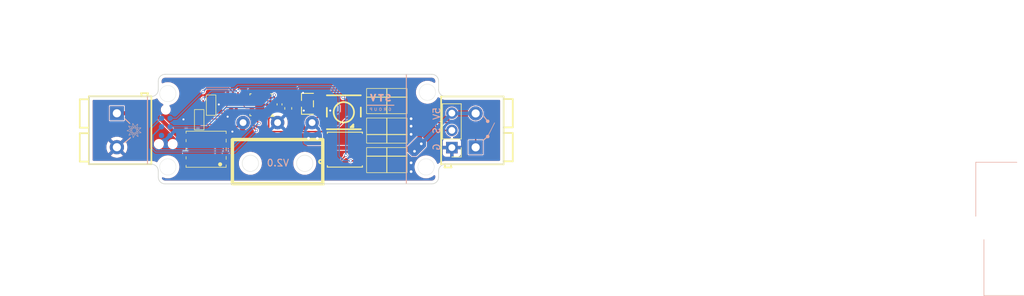
<source format=kicad_pcb>
(kicad_pcb (version 20241229) (generator "pcbnew") (generator_version "9.0")
  (layers (0 "F.Cu" signal "Front") (2 "B.Cu" signal "Back") (13 "F.Paste" user) (15 "B.Paste" user) (5 "F.SilkS" user "F.Silkscreen") (7 "B.SilkS" user "B.Silkscreen") (1 "F.Mask" user) (3 "B.Mask" user) (25 "Edge.Cuts" user))
  (net 0 "")
  (net 1 "GND")
  (net 2 "/TRIGGER")
  (net 3 "Net-(BUZZER1--)")
  (net 4 "/3V3")
  (net 5 "/DET_OUT+")
  (net 7 "/5V0")
  (net 8 "/IN1")
  (net 10 "/RGB_LED")
  (net 11 "/IN2")
  (net 12 "/FET_5V0")
  (net 13 "Net-(Q1-G)")
  (net 14 "/BUZZER")
  (net 15 "/IN1_SENSE")
  (net 16 "/IN2_SENSE")
  (net 17 "/FET_5V0_SENSE")
  (net 19 "/NRST")
  (net 20 "/SWDIO")
  (net 22 "/SWCLK")
  (footprint "easyeda2kicad:CONN-TH_XY118-5.0-2P" (layer "F.Cu") (at 126.7 109.6 -90)
    (property "Reference" "J4" (hide yes))
    (property "Value" "~")
  )
  (footprint "personal_footprint:SOT96P237X111-3N" (layer "F.Cu") (at 140.565 105.9 180)
    (property "Reference" "Q3" (hide yes))
    (property "Value" "BSS138LT3G" (hide yes))
  )
  (footprint "easyeda2kicad:CAP-SMD_L3.5-W2.8-FD" (layer "F.Cu") (at 164.95 105.3 -90)
    (property "Reference" "C4" (hide yes))
    (property "Value" "220uF")
  )
  (footprint "easyeda2kicad:LED-SMD_4P-L5.0-W5.0-BL_XL-5050RGBC" (layer "F.Cu") (at 160.1 106.95 -90)
    (property "Reference" "LED1" (hide yes))
    (property "Value" "XL-5050RGBC-WS2812B" (hide yes))
  )
  (footprint "easyeda2kicad:CAP-SMD_L3.5-W2.8-FD" (layer "F.Cu") (at 167.9 105.3 -90)
    (property "Reference" "C6" (hide yes))
    (property "Value" "220uF")
  )
  (footprint "Connector_PinHeader_2.54mm:PinHeader_1x03_P2.54mm_Vertical" (layer "F.Cu") (at 176 112.16 180)
    (property "Reference" "J1" (hide yes))
    (property "Value" "Conn_01x03_Pin")
  )
  (footprint "easyeda2kicad:BUZ-SMD_4P-L5.0-W5.0-P3.80-TL" (layer "F.Cu") (at 160.2475 112.45)
    (property "Reference" "BUZZER1" (hide yes))
    (property "Value" "KLJ-5030")
  )
  (footprint "personal_footprint:SOT96P237X111-3N" (layer "F.Cu") (at 138.815 108.05)
    (property "Reference" "Q2" (hide yes))
    (property "Value" "BSS138LT3G" (hide yes))
  )
  (footprint "easyeda2kicad:CAP-SMD_L3.5-W2.8-FD" (layer "F.Cu") (at 164.95 109.65 90)
    (property "Reference" "C7" (hide yes))
    (property "Value" "220uF")
  )
  (footprint "Resistor_SMD:R_0201_0603Metric" (layer "F.Cu") (at 143.94 106.35 180)
    (property "Reference" "R9" (hide yes))
    (property "Value" "10k")
  )
  (footprint "easyeda2kicad:CONN-TH_XY118-5.0-2P" (layer "F.Cu") (at 179.5 109.62 90)
    (property "Reference" "J3" (hide yes))
    (property "Value" "~")
  )
  (footprint "Resistor_SMD:R_0201_0603Metric" (layer "F.Cu") (at 152.325 104.48 180)
    (property "Reference" "R5" (hide yes))
    (property "Value" "6.04k")
  )
  (footprint "easyeda2kicad:CAP-SMD_L3.5-W2.8-FD" (layer "F.Cu") (at 164.95 114 -90)
    (property "Reference" "C9" (hide yes))
    (property "Value" "220uF")
  )
  (footprint "Resistor_SMD:R_0201_0603Metric" (layer "F.Cu") (at 143.01 104.96 90)
    (property "Reference" "R6" (hide yes))
    (property "Value" "10k")
  )
  (footprint "Capacitor_SMD:C_0603_1608Metric" (layer "F.Cu") (at 151.92 106.38 90)
    (property "Reference" "C2" (hide yes))
    (property "Value" "2.2uF")
  )
  (footprint "easyeda2kicad:SOT-23-3_L2.9-W1.6-P1.90-LS2.8-BR" (layer "F.Cu") (at 154.75 105.7)
    (property "Reference" "U4" (hide yes))
    (property "Value" "XC6206P332MR")
  )
  (footprint "personal_footprint:D2HW-BL201DL" (layer "F.Cu") (at 150.35 108.475 180)
    (property "Reference" "SW1" (hide yes))
    (property "Value" "SW_SPDT")
    (fp_circle (center 4 -6) (end 5.2 -6) (stroke (width 0.05)) (fill no) (layer "Edge.Cuts"))
    (fp_circle (center -4 -6) (end -2.8 -6) (stroke (width 0.05)) (fill no) (layer "Edge.Cuts"))
  )
  (footprint "Resistor_SMD:R_0201_0603Metric" (layer "F.Cu") (at 145.21 104.83 -90)
    (property "Reference" "R10" (hide yes))
    (property "Value" "6.04k")
  )
  (footprint "Package_DFN_QFN:ST_UFQFPN-20_3x3mm_P0.5mm" (layer "F.Cu") (at 147.892499 105.8375 180)
    (property "Reference" "U3" (hide yes))
    (property "Value" "STM32C011F4Ux" (hide yes))
  )
  (footprint "Resistor_SMD:R_0201_0603Metric" (layer "F.Cu") (at 144.13 104.44)
    (property "Reference" "R4" (hide yes))
    (property "Value" "1k")
  )
  (footprint "Resistor_SMD:R_0201_0603Metric" (layer "F.Cu") (at 141.7 108.5)
    (property "Reference" "R2" (hide yes))
    (property "Value" "10k")
  )
  (footprint "Capacitor_SMD:C_0402_1005Metric" (layer "F.Cu") (at 150.64 105.79 90)
    (property "Reference" "C3" (hide yes))
    (property "Value" "100nF")
  )
  (footprint "easyeda2kicad:CAP-SMD_L3.5-W2.8-FD" (layer "F.Cu") (at 167.9 114 -90)
    (property "Reference" "C5" (hide yes))
    (property "Value" "220uF")
  )
  (footprint "Resistor_SMD:R_0201_0603Metric" (layer "F.Cu") (at 143.1 108.75 -90)
    (property "Reference" "R1" (hide yes))
    (property "Value" "10k")
  )
  (footprint "Resistor_SMD:R_0201_0603Metric" (layer "F.Cu") (at 150.875 104.48 180)
    (property "Reference" "R7" (hide yes))
    (property "Value" "10k")
  )
  (footprint "Resistor_SMD:R_0201_0603Metric" (layer "F.Cu") (at 143.945 107.09)
    (property "Reference" "R11" (hide yes))
    (property "Value" "6.04k")
  )
  (footprint "easyeda2kicad:TDSON-8_L5.9-W5.2-P1.27-BL" (layer "F.Cu") (at 140.935 112.4 90)
    (property "Reference" "Q1" (hide yes))
    (property "Value" "AGM60P100A")
  )
  (footprint "Resistor_SMD:R_0201_0603Metric" (layer "F.Cu") (at 144.14 105.18 180)
    (property "Reference" "R8" (hide yes))
    (property "Value" "10k")
  )
  (footprint "Resistor_SMD:R_0201_0603Metric" (layer "F.Cu") (at 141.7 109.2)
    (property "Reference" "R3" (hide yes))
    (property "Value" "10k")
  )
  (footprint "easyeda2kicad:CAP-SMD_L3.5-W2.8-FD" (layer "F.Cu") (at 167.9 109.65 90)
    (property "Reference" "C8" (hide yes))
    (property "Value" "220uF")
  )
  (footprint "Connector:Tag-Connect_TC2030-IDC-NL_2x03_P1.27mm_Vertical" (layer "B.Cu") (at 133.9 109.1 -90)
    (property "Reference" "J2" (hide yes))
    (property "Value" "Conn_ARM_SWD_TagConnect_TC2030-NL" (hide yes))
  )
  (gr_line (start 181.25 110.55) (end 180.675 111.025) (stroke (width 0.1524)) (layer "B.SilkS"))
  (gr_poly (pts (xy 164.408834 104.857188) (xy 164.226271 104.238063) (xy 163.943167 104.238063) (xy 164.308292 105.346667) (xy 164.512021 105.346667) (xy 164.879792 104.238063) (xy 164.596688 104.238063)) (fill yes) (layer "B.SilkS"))
  (gr_poly (pts (xy 165.157604 104.5) (xy 165.427479 104.5) (xy 165.427479 105.365188) (xy 165.7 105.365188) (xy 165.7 104.5) (xy 165.972521 104.5) (xy 165.972521 104.256584) (xy 165.157604 104.256584)) (fill yes) (layer "B.SilkS"))
  (gr_poly (pts (xy 128.168751 109.664754) (xy 128.168974 109.661683) (xy 128.169365 109.658628) (xy 128.169926 109.655599) (xy 128.170657 109.652606) (xy 128.171559 109.649658) (xy 128.172633 109.646765) (xy 128.17388 109.643935) (xy 128.1753 109.64118) (xy 128.176895 109.638507) (xy 128.178665 109.635927) (xy 128.180612 109.63345) (xy 128.182736 109.631084) (xy 128.183933 109.629927) (xy 128.185307 109.62876) (xy 128.186837 109.627589) (xy 128.188501 109.62642) (xy 128.190279 109.625258) (xy 128.192148 109.624109) (xy 128.194088 109.622977) (xy 128.196077 109.62187) (xy 128.200118 109.619748) (xy 128.2041 109.617786) (xy 128.207853 109.616029) (xy 128.211205 109.614521) (xy 128.6783 109.449209) (xy 128.678673 109.448507) (xy 128.678905 109.447676) (xy 128.679001 109.446724) (xy 128.678971 109.44566) (xy 128.678822 109.444492) (xy 128.678561 109.443228) (xy 128.677735 109.440447) (xy 128.676552 109.437384) (xy 128.675074 109.434105) (xy 128.673362 109.430678) (xy 128.671474 109.42717) (xy 128.667417 109.420175) (xy 128.663388 109.413654) (xy 128.657345 109.404177) (xy 128.396731 109.019209) (xy 128.395074 109.014456) (xy 128.393739 109.009768) (xy 128.392719 109.005155) (xy 128.392006 109.000626) (xy 128.391592 108.996189) (xy 128.39147 108.991854) (xy 128.391633 108.987631) (xy 128.392072 108.983527) (xy 128.392779 108.979553) (xy 128.393748 108.975717) (xy 128.394971 108.972029) (xy 128.39644 108.968498) (xy 128.398147 108.965133) (xy 128.400084 108.961943) (xy 128.402245 108.958937) (xy 128.404622 108.956125) (xy 128.407206 108.953516) (xy 128.409991 108.951118) (xy 128.412968 108.948941) (xy 128.416131 108.946994) (xy 128.41947 108.945287) (xy 128.42298 108.943828) (xy 128.426651 108.942626) (xy 128.430478 108.941691) (xy 128.434451 108.941033) (xy 128.438563 108.940659) (xy 128.442807 108.940579) (xy 128.447175 108.940802) (xy 128.451659 108.941339) (xy 128.456252 108.942196) (xy 128.460946 108.943385) (xy 128.465734 108.944914) (xy 128.937645 109.121232) (xy 128.951554 109.00559) (xy 128.964619 108.889794) (xy 128.990562 108.658158) (xy 128.992386 108.642656) (xy 128.993306 108.63547) (xy 128.994319 108.628439) (xy 128.99549 108.621395) (xy 128.996887 108.614172) (xy 128.998573 108.606603) (xy 129.000616 108.598521) (xy 129.001666 108.595152) (xy 129.002961 108.59198) (xy 129.004489 108.589004) (xy 129.006234 108.586225) (xy 129.008185 108.583642) (xy 129.010326 108.581255) (xy 129.012644 108.579064) (xy 129.015126 108.577068) (xy 129.017757 108.575267) (xy 129.020525 108.573661) (xy 129.023415 108.572249) (xy 129.026414 108.571032) (xy 129.029508 108.570009) (xy 129.032684 108.569179) (xy 129.035927 108.568543) (xy 129.039225 108.568101) (xy 129.042563 108.567851) (xy 129.045928 108.567794) (xy 129.049306 108.56793) (xy 129.052683 108.568258) (xy 129.056047 108.568778) (xy 129.059382 108.569489) (xy 129.062676 108.570392) (xy 129.065914 108.571487) (xy 129.069084 108.572772) (xy 129.072171 108.574247) (xy 129.075161 108.575914) (xy 129.078042 108.57777) (xy 129.080799 108.579816) (xy 129.083419 108.582052) (xy 129.085888 108.584477) (xy 129.088193 108.587091) (xy 129.342722 109.031274) (xy 129.344297 109.031202) (xy 129.346455 109.03041) (xy 129.34916 109.028941) (xy 129.352373 109.02684) (xy 129.360175 109.020914) (xy 129.369559 109.01298) (xy 129.380223 109.003388) (xy 129.391867 108.992486) (xy 129.416885 108.968151) (xy 129.49581 108.88824) (xy 129.551271 108.835546) (xy 129.607153 108.782962) (xy 129.662966 108.73014) (xy 129.718219 108.676732) (xy 129.721437 108.674195) (xy 129.724724 108.672014) (xy 129.72807 108.670178) (xy 129.731462 108.668678) (xy 129.73489 108.667504) (xy 129.738343 108.666645) (xy 129.741809 108.666092) (xy 129.745277 108.665833) (xy 129.748737 108.665859) (xy 129.752176 108.666159) (xy 129.755585 108.666724) (xy 129.758951 108.667544) (xy 129.762264 108.668607) (xy 129.765512 108.669904) (xy 129.768685 108.671425) (xy 129.77177 108.67316) (xy 129.774758 108.675098) (xy 129.777637 108.677229) (xy 129.780395 108.679544) (xy 129.783022 108.682031) (xy 129.785506 108.684681) (xy 129.787837 108.687483) (xy 129.790003 108.690428) (xy 129.791993 108.693505) (xy 129.793795 108.696704) (xy 129.7954 108.700015) (xy 129.796795 108.703427) (xy 129.79797 108.706931) (xy 129.798912 108.710516) (xy 129.799612 108.714173) (xy 129.800058 108.71789) (xy 129.800239 108.721658) (xy 129.710281 109.232357) (xy 129.760737 109.227426) (xy 129.811252 109.223251) (xy 129.912416 109.216581) (xy 130.114988 109.205846) (xy 130.124593 109.205034) (xy 130.135334 109.203727) (xy 130.159301 109.200437) (xy 130.172063 109.19886) (xy 130.185036 109.197598) (xy 130.197988 109.196854) (xy 130.210688 109.19683) (xy 130.222904 109.19773) (xy 130.228758 109.198589) (xy 130.234405 109.199756) (xy 130.239815 109.201254) (xy 130.244959 109.20311) (xy 130.249809 109.205349) (xy 130.254336 109.207996) (xy 130.25851 109.211077) (xy 130.262302 109.214616) (xy 130.265685 109.21864) (xy 130.268628 109.223174) (xy 130.271104 109.228242) (xy 130.273082 109.23387) (xy 130.274534 109.240084) (xy 130.275431 109.246909) (xy 130.275526 109.248573) (xy 130.275524 109.250231) (xy 130.275431 109.251881) (xy 130.275249 109.253524) (xy 130.274983 109.255158) (xy 130.274637 109.256783) (xy 130.274214 109.258398) (xy 130.273718 109.260002) (xy 130.272524 109.263174) (xy 130.271085 109.266295) (xy 130.269434 109.269357) (xy 130.267599 109.272355) (xy 130.265614 109.275283) (xy 130.263508 109.278136) (xy 130.261313 109.280906) (xy 130.25906 109.283588) (xy 130.254503 109.288664) (xy 130.250084 109.293317) (xy 130.230989 109.312372) (xy 130.210823 109.331235) (xy 130.189723 109.349925) (xy 130.167828 109.368466) (xy 130.122197 109.405183) (xy 130.075029 109.441556) (xy 129.980474 109.513962) (xy 129.935284 109.550338) (xy 129.913691 109.568644) (xy 129.892949 109.587057) (xy 129.889177 109.590565) (xy 129.885469 109.594132) (xy 129.881812 109.597746) (xy 129.878192 109.601391) (xy 129.871005 109.608719) (xy 129.863792 109.616003) (xy 130.273738 109.915035) (xy 130.277355 109.918544) (xy 130.28064 109.922131) (xy 130.283595 109.925783) (xy 130.286225 109.929489) (xy 130.288533 109.933239) (xy 130.290521 109.93702) (xy 130.292195 109.940823) (xy 130.293558 109.944636) (xy 130.294612 109.948447) (xy 130.295362 109.952247) (xy 130.295811 109.956023) (xy 130.295962 109.959764) (xy 130.29582 109.96346) (xy 130.295388 109.967099) (xy 130.294669 109.97067) (xy 130.293668 109.974163) (xy 130.292386 109.977565) (xy 130.290829 109.980866) (xy 130.288999 109.984055) (xy 130.2869 109.98712) (xy 130.284536 109.990051) (xy 130.281911 109.992836) (xy 130.279027 109.995464) (xy 130.275888 109.997925) (xy 130.272499 110.000206) (xy 130.268862 110.002298) (xy 130.264981 110.004188) (xy 130.260859 110.005866) (xy 130.256501 110.00732) (xy 130.251909 110.00854) (xy 130.247088 110.009514) (xy 130.242041 110.010232) (xy 130.221849 110.012164) (xy 130.200929 110.013516) (xy 130.157305 110.014715) (xy 130.111971 110.014304) (xy 130.065729 110.012759) (xy 129.973726 110.008163) (xy 129.929569 110.006063) (xy 129.887711 110.004729) (xy 129.856116 110.004229) (xy 129.806762 110.004226) (xy 129.781873 110.004813) (xy 129.760284 110.006009) (xy 129.751533 110.006884) (xy 129.744574 110.007973) (xy 129.739729 110.009293) (xy 129.738201 110.010047) (xy 129.737322 110.010867) (xy 129.858024 110.505744) (xy 129.856978 110.512951) (xy 129.855735 110.519668) (xy 129.854302 110.525903) (xy 129.852683 110.531665) (xy 129.850881 110.536965) (xy 129.848902 110.54181) (xy 129.846751 110.546212) (xy 129.844431 110.550179) (xy 129.841947 110.55372) (xy 129.839304 110.556845) (xy 129.836506 110.559563) (xy 129.833558 110.561883) (xy 129.830464 110.563816) (xy 129.82723 110.56537) (xy 129.823858 110.566554) (xy 129.820354 110.567378) (xy 129.816723 110.567852) (xy 129.812969 110.567984) (xy 129.809096 110.567785) (xy 129.805109 110.567262) (xy 129.801013 110.566427) (xy 129.796812 110.565287) (xy 129.79251 110.563854) (xy 129.788112 110.562135) (xy 129.783623 110.56014) (xy 129.779048 110.557878) (xy 129.774389 110.55536) (xy 129.769653 110.552594) (xy 129.759966 110.546356) (xy 129.750021 110.53924) (xy 129.728496 110.522695) (xy 129.707125 110.505471) (xy 129.664752 110.469384) (xy 129.622715 110.43177) (xy 129.580827 110.393421) (xy 129.538902 110.35513) (xy 129.496753 110.317687) (xy 129.475537 110.299531) (xy 129.454194 110.281885) (xy 129.432702 110.264847) (xy 129.411037 110.248516) (xy 129.407249 110.245633) (xy 129.403399 110.242628) (xy 129.40144 110.241139) (xy 129.399453 110.239691) (xy 129.397432 110.238308) (xy 129.395374 110.237013) (xy 129.393274 110.23583) (xy 129.391126 110.234784) (xy 129.390034 110.234319) (xy 129.388928 110.233897) (xy 129.387808 110.233521) (xy 129.386674 110.233194) (xy 129.385525 110.232919) (xy 129.38436 110.232698) (xy 129.383179 110.232536) (xy 129.381981 110.232434) (xy 129.380766 110.232396) (xy 129.379534 110.232424) (xy 129.378282 110.232523) (xy 129.377012 110.232694) (xy 129.217521 110.562682) (xy 129.191857 110.615704) (xy 129.15928 110.682439) (xy 129.154393 110.689756) (xy 129.151756 110.693162) (xy 129.148973 110.696377) (xy 129.14603 110.699383) (xy 129.142915 110.702163) (xy 129.139613 110.704699) (xy 129.136113 110.706973) (xy 129.1324 110.708969) (xy 129.128462 110.710668) (xy 129.124285 110.712053) (xy 129.119856 110.713106) (xy 129.115362 110.71378) (xy 129.115362 110.620081) (xy 129.116174 110.620019) (xy 129.116997 110.61981) (xy 129.117827 110.619465) (xy 129.118664 110.618994) (xy 129.119504 110.618407) (xy 129.120345 110.617713) (xy 129.121185 110.616922) (xy 129.122021 110.616045) (xy 129.123673 110.614073) (xy 129.125281 110.611874) (xy 129.126826 110.60953) (xy 129.12829 110.60712) (xy 129.129653 110.604725) (xy 129.130896 110.602423) (xy 129.134283 110.595755) (xy 129.158851 110.546834) (xy 129.182652 110.495946) (xy 129.229289 110.391285) (xy 129.252793 110.339023) (xy 129.276868 110.287814) (xy 129.301847 110.238414) (xy 129.31478 110.214628) (xy 129.328064 110.191577) (xy 129.329881 110.188618) (xy 129.331739 110.185774) (xy 129.33364 110.183048) (xy 129.335583 110.180442) (xy 129.337568 110.177959) (xy 129.339597 110.175601) (xy 129.341669 110.173371) (xy 129.343784 110.171272) (xy 129.345942 110.169306) (xy 129.348145 110.167474) (xy 129.350392 110.165781) (xy 129.352684 110.164228) (xy 129.35502 110.162818) (xy 129.357402 110.161553) (xy 129.359829 110.160436) (xy 129.362301 110.15947) (xy 129.364819 110.158656) (xy 129.367384 110.157998) (xy 129.369995 110.157498) (xy 129.372653 110.157158) (xy 129.375357 110.15698) (xy 129.378109 110.156968) (xy 129.380908 110.157124) (xy 129.383756 110.157451) (xy 129.386651 110.15795) (xy 129.389594 110.158625) (xy 129.392586 110.159477) (xy 129.395628 110.16051) (xy 129.398718 110.161726) (xy 129.401857 110.163127) (xy 129.405047 110.164715) (xy 129.408286 110.166495) (xy 129.784206 110.481084) (xy 129.674615 110.021926) (xy 129.67372 110.017039) (xy 129.673017 110.012307) (xy 129.672506 110.007731) (xy 129.672187 110.003311) (xy 129.672059 109.999046) (xy 129.672123 109.994935) (xy 129.672376 109.990978) (xy 129.67282 109.987176) (xy 129.673453 109.983526) (xy 129.674274 109.98003) (xy 129.675285 109.976686) (xy 129.676483 109.973495) (xy 129.677869 109.970455) (xy 129.679442 109.967567) (xy 129.681202 109.96483) (xy 129.683148 109.962243) (xy 129.68528 109.959806) (xy 129.687597 109.95752) (xy 129.690099 109.955383) (xy 129.692785 109.953395) (xy 129.695655 109.951555) (xy 129.698708 109.949864) (xy 129.701945 109.94832) (xy 129.705363 109.946924) (xy 129.708964 109.945675) (xy 129.712746 109.944573) (xy 129.71671 109.943617) (xy 129.720854 109.942807) (xy 129.725178 109.942142) (xy 129.729682 109.941623) (xy 129.739227 109.941017) (xy 129.742722 109.940985) (xy 129.746151 109.941095) (xy 129.749522 109.941329) (xy 129.752842 109.941667) (xy 129.756121 109.942089) (xy 129.759368 109.942578) (xy 129.765797 109.943676) (xy 129.7722 109.944809) (xy 129.778644 109.945824) (xy 129.781903 109.94624) (xy 129.785198 109.946569) (xy 129.788538 109.946792) (xy 129.791932 109.94689) (xy 129.894493 109.947501) (xy 129.997149 109.947287) (xy 130.099775 109.946161) (xy 130.202247 109.944033) (xy 129.810452 109.653203) (xy 129.808598 109.651133) (xy 129.806862 109.649022) (xy 129.805246 109.646873) (xy 129.803748 109.644687) (xy 129.802368 109.642467) (xy 129.801104 109.640215) (xy 129.799957 109.637934) (xy 129.798926 109.635625) (xy 129.798009 109.633291) (xy 129.797207 109.630934) (xy 129.796518 109.628557) (xy 129.795943 109.626161) (xy 129.795479 109.623749) (xy 129.795127 109.621323) (xy 129.794887 109.618886) (xy 129.794756 109.616439) (xy 129.794735 109.613985) (xy 129.794823 109.611527) (xy 129.795019 109.609065) (xy 129.795323 109.606603) (xy 129.795734 109.604143) (xy 129.796251 109.601688) (xy 129.796874 109.599238) (xy 129.797601 109.596797) (xy 129.799368 109.59195) (xy 129.801547 109.587165) (xy 129.804132 109.582459) (xy 129.807119 109.57785) (xy 130.181134 109.264054) (xy 130.161048 109.265751) (xy 130.140892 109.266793) (xy 130.120689 109.267361) (xy 130.100462 109.267633) (xy 130.060032 109.268005) (xy 130.039876 109.268465) (xy 130.019791 109.269346) (xy 129.981405 109.272228) (xy 129.941666 109.276224) (xy 129.860088 109.285598) (xy 129.819232 109.289997) (xy 129.778987 109.293553) (xy 129.739843 109.295775) (xy 129.720837 109.296233) (xy 129.702291 109.296174) (xy 129.697821 109.295999) (xy 129.693566 109.295644) (xy 129.689522 109.295113) (xy 129.685686 109.29441) (xy 129.682054 109.293538) (xy 129.678622 109.292501) (xy 129.675386 109.291303) (xy 129.672343 109.289948) (xy 129.669489 109.288438) (xy 129.66682 109.286778) (xy 129.664332 109.284971) (xy 129.662022 109.283021) (xy 129.659885 109.280931) (xy 129.657919 109.278706) (xy 129.656118 109.276349) (xy 129.654481 109.273863) (xy 129.653002 109.271253) (xy 129.651678 109.268521) (xy 129.650505 109.265672) (xy 129.649479 109.262709) (xy 129.648598 109.259636) (xy 129.647856 109.256456) (xy 129.647251 109.253174) (xy 129.646778 109.249792) (xy 129.646434 109.246315) (xy 129.646214 109.242745) (xy 129.646135 109.235346) (xy 129.64651 109.227622) (xy 129.64731 109.219604) (xy 129.648758 109.209154) (xy 129.650608 109.197815) (xy 129.655076 109.173481) (xy 129.659842 109.148621) (xy 129.662063 109.136624) (xy 129.664032 109.125254) (xy 129.731342 108.756054) (xy 129.729962 108.755926) (xy 129.7286 108.755894) (xy 129.727256 108.755955) (xy 129.725933 108.756104) (xy 129.72463 108.756336) (xy 129.723348 108.756646) (xy 129.722088 108.75703) (xy 129.720851 108.757483) (xy 129.719638 108.758001) (xy 129.718449 108.758578) (xy 129.717285 108.759211) (xy 129.716147 108.759894) (xy 129.715035 108.760623) (xy 129.713951 108.761393) (xy 129.712895 108.7622) (xy 129.711869 108.763039) (xy 129.691334 108.780987) (xy 129.67091 108.799925) (xy 129.650576 108.8197) (xy 129.63031 108.840161) (xy 129.589898 108.882534) (xy 129.5495 108.925831) (xy 129.508947 108.968837) (xy 129.468066 109.010339) (xy 129.447449 109.030148) (xy 129.426685 109.049125) (xy 129.405753 109.067119) (xy 129.384632 109.083979) (xy 129.378582 109.088481) (xy 129.3727 109.092553) (xy 129.36697 109.096156) (xy 129.36137 109.099246) (xy 129.358614 109.100587) (xy 129.355883 109.101784) (xy 129.353176 109.102832) (xy 129.350489 109.103727) (xy 129.347821 109.104464) (xy 129.345169 109.105036) (xy 129.342531 109.105439) (xy 129.339904 109.105668) (xy 129.337287 109.105718) (xy 129.334675 109.105583) (xy 129.332068 109.105258) (xy 129.329463 109.104739) (xy 129.326858 109.104019) (xy 129.324249 109.103095) (xy 129.321635 109.10196) (xy 129.319014 109.10061) (xy 129.316382 109.09904) (xy 129.313738 109.097243) (xy 129.311079 109.095216) (xy 129.308403 109.092953) (xy 129.305707 109.090449) (xy 129.302989 109.087699) (xy 129.300247 109.084697) (xy 129.297478 109.081439) (xy 129.057766 108.66255) (xy 129.057032 108.66233) (xy 129.056347 108.662163) (xy 129.055709 108.662049) (xy 129.055116 108.661985) (xy 129.054566 108.66197) (xy 129.054057 108.662003) (xy 129.053588 108.662081) (xy 129.053155 108.662203) (xy 129.052759 108.662368) (xy 129.052395 108.662574) (xy 129.052063 108.662819) (xy 129.051761 108.663101) (xy 129.051486 108.66342) (xy 129.051236 108.663772) (xy 129.051011 108.664158) (xy 129.050807 108.664574) (xy 129.050623 108.665021) (xy 129.050457 108.665494) (xy 129.050307 108.665995) (xy 129.050171 108.666519) (xy 129.049934 108.667636) (xy 129.049729 108.668831) (xy 129.049356 108.671406) (xy 129.049157 108.672759) (xy 129.048929 108.674139) (xy 129.042654 108.713908) (xy 129.037668 108.75457) (xy 129.033651 108.795853) (xy 129.030282 108.837486) (xy 129.024216 108.92071) (xy 129.020879 108.961757) (xy 129.016914 109.002064) (xy 129.013215 109.038965) (xy 129.010661 109.063007) (xy 129.007601 109.088318) (xy 129.004004 109.113053) (xy 129.001996 109.124629) (xy 128.999844 109.135369) (xy 128.997543 109.145043) (xy 128.99509 109.153421) (xy 128.992482 109.160271) (xy 128.989715 109.165364) (xy 128.987522 109.168309) (xy 128.985223 109.170979) (xy 128.982823 109.173383) (xy 128.980328 109.175532) (xy 128.977743 109.177436) (xy 128.975074 109.179104) (xy 128.972327 109.180547) (xy 128.969506 109.181775) (xy 128.966617 109.182798) (xy 128.963666 109.183625) (xy 128.960659 109.184267) (xy 128.9576 109.184734) (xy 128.954495 109.185036) (xy 128.95135 109.185182) (xy 128.94817 109.185184) (xy 128.944961 109.185049) (xy 128.938476 109.184415) (xy 128.93194 109.18336) (xy 128.925396 109.181964) (xy 128.918888 109.180307) (xy 128.91246 109.178468) (xy 128.906156 109.176529) (xy 128.894095 109.172667) (xy 128.514047 109.028839) (xy 128.505078 109.025974) (xy 128.500536 109.024615) (xy 128.495956 109.023376) (xy 128.493652 109.022818) (xy 128.491339 109.022311) (xy 128.489016 109.02186) (xy 128.486685 109.021473) (xy 128.484345 109.021155) (xy 128.481995 109.020915) (xy 128.479637 109.020757) (xy 128.47727 109.02069) (xy 128.47727 109.020637) (xy 128.477117 109.021006) (xy 128.477155 109.021634) (xy 128.477761 109.023602) (xy 128.478997 109.026411) (xy 128.480772 109.029929) (xy 128.485575 109.038566) (xy 128.491438 109.048458) (xy 128.497635 109.058554) (xy 128.503434 109.067801) (xy 128.510925 109.079534) (xy 128.537688 109.119321) (xy 128.566621 109.160296) (xy 128.627401 109.244343) (xy 128.657455 109.286683) (xy 128.686088 109.328746) (xy 128.699592 109.34956) (xy 128.712403 109.370167) (xy 128.724411 109.390523) (xy 128.735503 109.41058) (xy 128.739422 109.418227) (xy 128.742819 109.425557) (xy 128.745651 109.432585) (xy 128.74788 109.439322) (xy 128.748755 109.442586) (xy 128.749464 109.445783) (xy 128.750002 109.448913) (xy 128.750363 109.451979) (xy 128.750543 109.454981) (xy 128.750536 109.457923) (xy 128.750338 109.460805) (xy 128.749943 109.463629) (xy 128.749346 109.466397) (xy 128.748543 109.469109) (xy 128.747528 109.471769) (xy 128.746296 109.474377) (xy 128.744842 109.476935) (xy 128.743161 109.479444) (xy 128.741248 109.481907) (xy 128.739097 109.484325) (xy 128.736705 109.486699) (xy 128.734065 109.489031) (xy 128.731173 109.491322) (xy 128.728023 109.493575) (xy 128.724611 109.495791) (xy 128.720931 109.497971) (xy 128.716979 109.500118) (xy 128.712749 109.502232) (xy 128.265603 109.663575) (xy 128.266691 109.66466) (xy 128.267811 109.665696) (xy 128.270142 109.667627) (xy 128.272583 109.669382) (xy 128.275124 109.670978) (xy 128.277753 109.672431) (xy 128.280457 109.673756) (xy 128.283227 109.674971) (xy 128.286049 109.67609) (xy 128.288913 109.677129) (xy 128.291807 109.678105) (xy 128.297639 109.679931) (xy 128.303452 109.681695) (xy 128.309154 109.683524) (xy 128.36054 109.7) (xy 128.412763 109.715277) (xy 128.518664 109.74379) (xy 128.624744 109.772174) (xy 128.67719 109.787289) (xy 128.728889 109.803539) (xy 128.731977 109.805238) (xy 128.734921 109.806961) (xy 128.737721 109.808712) (xy 128.740378 109.810491) (xy 128.742891 109.812301) (xy 128.745261 109.814143) (xy 128.747488 109.816021) (xy 128.749572 109.817935) (xy 128.751513 109.819888) (xy 128.753312 109.821881) (xy 128.754968 109.823918) (xy 128.756482 109.825998) (xy 128.757855 109.828126) (xy 128.759085 109.830301) (xy 128.760174 109.832528) (xy 128.761122 109.834806) (xy 128.761928 109.83714) (xy 128.762593 109.839529) (xy 128.763117 109.841977) (xy 128.763501 109.844485) (xy 128.763744 109.847056) (xy 128.763847 109.84969) (xy 128.76381 109.852391) (xy 128.763633 109.85516) (xy 128.763316 109.858) (xy 128.762859 109.860911) (xy 128.762263 109.863896) (xy 128.761528 109.866958) (xy 128.760654 109.870097) (xy 128.759641 109.873317) (xy 128.758489 109.876618) (xy 128.757199 109.880004) (xy 128.514312 110.301168) (xy 128.987387 110.10019) (xy 128.989522 110.100536) (xy 128.99165 110.101022) (xy 128.993767 110.101645) (xy 128.99587 110.102398) (xy 128.997954 110.103276) (xy 129.000017 110.104272) (xy 129.002056 110.105383) (xy 129.004065 110.106601) (xy 129.006043 110.107922) (xy 129.007985 110.10934) (xy 129.009889 110.110849) (xy 129.01175 110.112444) (xy 129.015331 110.115869) (xy 129.0187 110.119571) (xy 129.02183 110.123504) (xy 129.024693 110.127625) (xy 129.02726 110.131889) (xy 129.029505 110.136251) (xy 129.031399 110.140667) (xy 129.032205 110.142882) (xy 129.032913 110.145093) (xy 129.03352 110.147295) (xy 129.034021 110.149484) (xy 129.034414 110.151652) (xy 129.034694 110.153795) (xy 129.11227 110.618668) (xy 129.113015 110.61929) (xy 129.11378 110.619727) (xy 129.114564 110.619987) (xy 129.115362 110.620081) (xy 129.115362 110.71378) (xy 129.115162 110.71381) (xy 129.11019 110.714148) (xy 129.104926 110.714101) (xy 129.099358 110.713653) (xy 129.09722 110.713328) (xy 129.095132 110.712855) (xy 129.093095 110.712239) (xy 129.091107 110.711487) (xy 129.08917 110.710605) (xy 129.087284 110.7096) (xy 129.085448 110.708479) (xy 129.083663 110.707247) (xy 129.08193 110.705911) (xy 129.080247 110.704478) (xy 129.078616 110.702954) (xy 129.077036 110.701345) (xy 129.075507 110.699658) (xy 129.074031 110.6979) (xy 129.072606 110.696076) (xy 129.071233 110.694193) (xy 129.068644 110.690277) (xy 129.066264 110.686203) (xy 129.064094 110.682022) (xy 129.062136 110.677786) (xy 129.060391 110.673546) (xy 129.05886 110.669354) (xy 129.057543 110.665261) (xy 129.056443 110.661319) (xy 129.050678 110.637706) (xy 129.045338 110.613437) (xy 129.035745 110.563274) (xy 129.027292 110.511508) (xy 129.019606 110.45882) (xy 129.005045 110.353393) (xy 128.997424 110.302014) (xy 128.98908 110.252431) (xy 128.985725 110.234096) (xy 128.983084 110.220582) (xy 128.980018 110.206156) (xy 128.976689 110.192305) (xy 128.974977 110.18606) (xy 128.973259 110.180518) (xy 128.971558 110.175863) (xy 128.969892 110.172283) (xy 128.969079 110.170953) (xy 128.968282 110.169962) (xy 128.967505 110.169333) (xy 128.966749 110.169088) (xy 128.497219 110.377209) (xy 128.492924 110.377898) (xy 128.488732 110.378315) (xy 128.48465 110.378467) (xy 128.480682 110.378361) (xy 128.476836 110.378007) (xy 128.473115 110.37741) (xy 128.469527 110.376581) (xy 128.466076 110.375525) (xy 128.462767 110.374251) (xy 128.459608 110.372767) (xy 128.456603 110.37108) (xy 128.453757 110.369199) (xy 128.451077 110.367131) (xy 128.448568 110.364885) (xy 128.446235 110.362467) (xy 128.444085 110.359885) (xy 128.442122 110.357149) (xy 128.440352 110.354264) (xy 128.438782 110.35124) (xy 128.437416 110.348084) (xy 128.43626 110.344803) (xy 128.43532 110.341406) (xy 128.434601 110.337901) (xy 128.434109 110.334294) (xy 128.433849 110.330595) (xy 128.433828 110.326811) (xy 128.43405 110.322949) (xy 128.434521 110.319018) (xy 128.435248 110.315025) (xy 128.436234 110.310979) (xy 128.437487 110.306886) (xy 128.439011 110.302755) (xy 128.692905 109.864658) (xy 128.692601 109.863916) (xy 128.692276 109.863207) (xy 128.691928 109.862529) (xy 128.69156 109.861883) (xy 128.691172 109.861266) (xy 128.690765 109.860677) (xy 128.690339 109.860116) (xy 128.689895 109.859581) (xy 128.689433 109.85907) (xy 128.688955 109.858584) (xy 128.68846 109.858121) (xy 128.68795 109.857679) (xy 128.687425 109.857258) (xy 128.686886 109.856856) (xy 128.686334 109.856472) (xy 128.685768 109.856105) (xy 128.684601 109.855419) (xy 128.68339 109.854787) (xy 128.682141 109.854201) (xy 128.680858 109.853652) (xy 128.679547 109.853131) (xy 128.678212 109.852628) (xy 128.675496 109.851641) (xy 128.198346 109.71501) (xy 128.195381 109.713605) (xy 128.192566 109.712027) (xy 128.189904 109.710284) (xy 128.187394 109.708387) (xy 128.185039 109.706344) (xy 128.182838 109.704166) (xy 128.180792 109.701862) (xy 128.178903 109.699441) (xy 128.177172 109.696913) (xy 128.175598 109.694287) (xy 128.174184 109.691573) (xy 128.172929 109.688781) (xy 128.171835 109.685919) (xy 128.170903 109.682998) (xy 128.170133 109.680027) (xy 128.169526 109.677016) (xy 128.169084 109.673973) (xy 128.168807 109.670909) (xy 128.168695 109.667833)) (fill yes) (layer "B.SilkS"))
  (gr_poly (pts (xy 166.132102 106.276127) (xy 166.125093 106.276535) (xy 166.118173 106.277291) (xy 166.111352 106.278385) (xy 166.10464 106.279811) (xy 166.098044 106.281559) (xy 166.091575 106.283621) (xy 166.085242 106.28599) (xy 166.079053 106.288656) (xy 166.073019 106.291613) (xy 166.067148 106.29485) (xy 166.061449 106.298361) (xy 166.055932 106.302137) (xy 166.050606 106.30617) (xy 166.04548 106.310451) (xy 166.040563 106.314973) (xy 166.035865 106.319727) (xy 166.031394 106.324704) (xy 166.027161 106.329897) (xy 166.023173 106.335298) (xy 166.019441 106.340897) (xy 166.015973 106.346688) (xy 166.012779 106.352661) (xy 166.009868 106.358808) (xy 166.007249 106.365122) (xy 166.004931 106.371593) (xy 166.002924 106.378215) (xy 166.001237 106.384978) (xy 165.999879 106.391874) (xy 165.998858 106.398894) (xy 165.998186 106.406032) (xy 165.998186 106.416616) (xy 165.998053 106.422056) (xy 165.998149 106.42746) (xy 165.998471 106.432823) (xy 165.999012 106.438139) (xy 166.000744 106.448608) (xy 166.003312 106.458825) (xy 166.006686 106.468747) (xy 166.010836 106.478333) (xy 166.01573 106.487538) (xy 166.021337 106.496321) (xy 166.027626 106.504639) (xy 166.034566 106.512449) (xy 166.042126 106.519709) (xy 166.050276 106.526376) (xy 166.058983 106.532408) (xy 166.068218 106.537761) (xy 166.077948 106.542393) (xy 166.08299 106.544425) (xy 166.088144 106.546261) (xy 165.990248 106.736762) (xy 165.990008 106.73701) (xy 165.989783 106.737258) (xy 165.989574 106.737506) (xy 165.98938 106.737754) (xy 165.989202 106.738002) (xy 165.989039 106.73825) (xy 165.988892 106.738498) (xy 165.98876 106.738746) (xy 165.988644 106.738994) (xy 165.988543 106.739242) (xy 165.988458 106.73949) (xy 165.988388 106.739738) (xy 165.988334 106.739986) (xy 165.988295 106.740234) (xy 165.988272 106.740482) (xy 165.988264 106.74073) (xy 165.988272 106.740978) (xy 165.988295 106.741226) (xy 165.988334 106.741474) (xy 165.988388 106.741722) (xy 165.988458 106.74197) (xy 165.988543 106.742218) (xy 165.988644 106.742466) (xy 165.98876 106.742715) (xy 165.988892 106.742963) (xy 165.989039 106.743211) (xy 165.989202 106.743459) (xy 165.98938 106.743707) (xy 165.989574 106.743955) (xy 165.989783 106.744203) (xy 165.990008 106.744451) (xy 165.990248 106.744699) (xy 165.990367 106.744807) (xy 165.99051 106.744926) (xy 165.990703 106.745071) (xy 165.990943 106.745232) (xy 165.991079 106.745314) (xy 165.991225 106.745397) (xy 165.991381 106.745477) (xy 165.991546 106.745553) (xy 165.99172 106.745625) (xy 165.991902 106.745691) (xy 165.992092 106.745749) (xy 165.992289 106.745798) (xy 165.992493 106.745836) (xy 165.992703 106.745862) (xy 165.992919 106.745874) (xy 165.99314 106.745871) (xy 165.993366 106.745852) (xy 165.993597 106.745815) (xy 165.993831 106.745759) (xy 165.994069 106.745681) (xy 165.99431 106.745582) (xy 165.994553 106.745459) (xy 165.994675 106.745388) (xy 165.994798 106.74531) (xy 165.994921 106.745226) (xy 165.995044 106.745135) (xy 165.995168 106.745037) (xy 165.995292 106.744932) (xy 165.995416 106.744819) (xy 165.99554 106.744699) (xy 166.066977 106.747345) (xy 166.067466 106.747337) (xy 166.067939 106.747314) (xy 166.068398 106.747275) (xy 166.068843 106.747221) (xy 166.069274 106.747151) (xy 166.069692 106.747066) (xy 166.070098 106.746965) (xy 166.070491 106.746849) (xy 166.070873 106.746717) (xy 166.071244 106.746569) (xy 166.071604 106.746407) (xy 166.071954 106.746228) (xy 166.072294 106.746035) (xy 166.072625 106.745825) (xy 166.072947 106.745601) (xy 166.073261 106.74536) (xy 166.073567 106.745104) (xy 166.073866 106.744833) (xy 166.074445 106.744244) (xy 166.074999 106.743593) (xy 166.075535 106.74288) (xy 166.076055 106.742105) (xy 166.076563 106.741267) (xy 166.077064 106.740368) (xy 166.077561 106.739407) (xy 166.167519 106.556845) (xy 166.246894 106.556845) (xy 166.247772 106.55685) (xy 166.248138 106.556862) (xy 166.248465 106.556886) (xy 166.248761 106.556925) (xy 166.248899 106.556952) (xy 166.249033 106.556984) (xy 166.249163 106.557022) (xy 166.24929 106.557066) (xy 166.249416 106.557117) (xy 166.24954 106.557175) (xy 166.249664 106.557241) (xy 166.249789 106.557315) (xy 166.249916 106.557398) (xy 166.250046 106.557491) (xy 166.250319 106.557704) (xy 166.250615 106.557961) (xy 166.250942 106.558264) (xy 166.251307 106.558617) (xy 166.252186 106.55949) (xy 166.252186 106.739407) (xy 166.252216 106.739932) (xy 166.252305 106.740508) (xy 166.252447 106.741122) (xy 166.25264 106.741763) (xy 166.25288 106.74242) (xy 166.253162 106.743081) (xy 166.253483 106.743734) (xy 166.253839 106.744368) (xy 166.254226 106.744971) (xy 166.25464 106.745531) (xy 166.255078 106.746036) (xy 166.255304 106.746265) (xy 166.255534 106.746476) (xy 166.255769 106.746668) (xy 166.256007 106.746839) (xy 166.256247 106.746987) (xy 166.25649 106.747112) (xy 166.256735 106.747211) (xy 166.256982 106.747284) (xy 166.257229 106.747329) (xy 166.257477 106.747344) (xy 166.326269 106.747344) (xy 166.326794 106.747314) (xy 166.32737 106.747226) (xy 166.327984 106.747083) (xy 166.328625 106.74689) (xy 166.329282 106.74665) (xy 166.329943 106.746368) (xy 166.330596 106.746047) (xy 166.33123 106.745691) (xy 166.331833 106.745304) (xy 166.332393 106.74489) (xy 166.332898 106.744453) (xy 166.333127 106.744226) (xy 166.333338 106.743996) (xy 166.33353 106.743761) (xy 166.333701 106.743524) (xy 166.333849 106.743283) (xy 166.333974 106.74304) (xy 166.334074 106.742795) (xy 166.334146 106.742548) (xy 166.334191 106.742301) (xy 166.334207 106.742053) (xy 166.334207 106.353115) (xy 166.252186 106.353115) (xy 166.252186 106.477469) (xy 166.252181 106.478348) (xy 166.252168 106.478714) (xy 166.252144 106.47904) (xy 166.252105 106.479336) (xy 166.252078 106.479475) (xy 166.252046 106.479609) (xy 166.252008 106.479739) (xy 166.251964 106.479866) (xy 166.251913 106.479991) (xy 166.251855 106.480115) (xy 166.251789 106.48024) (xy 166.251715 106.480365) (xy 166.251632 106.480492) (xy 166.25154 106.480622) (xy 166.251326 106.480894) (xy 166.25107 106.48119) (xy 166.250767 106.481517) (xy 166.250413 106.481883) (xy 166.24954 106.482761) (xy 166.148998 106.482761) (xy 166.145542 106.482925) (xy 166.142121 106.482922) (xy 166.138739 106.482756) (xy 166.135402 106.482431) (xy 166.132113 106.481951) (xy 166.128877 106.481319) (xy 166.125699 106.480541) (xy 166.122581 106.479619) (xy 166.11953 106.478558) (xy 166.116549 106.477361) (xy 166.113642 106.476032) (xy 166.110814 106.474576) (xy 166.10807 106.472995) (xy 166.105414 106.471294) (xy 166.102849 106.469477) (xy 166.100381 106.467548) (xy 166.098014 106.46551) (xy 166.095751 106.463367) (xy 166.093599 106.461124) (xy 166.09156 106.458783) (xy 166.089639 106.45635) (xy 166.087841 106.453828) (xy 166.08617 106.45122) (xy 166.08463 106.448531) (xy 166.083226 106.445764) (xy 166.081962 106.442924) (xy 166.080842 106.440014) (xy 166.079871 106.437038) (xy 166.079053 106.434) (xy 166.078392 106.430904) (xy 166.077893 106.427754) (xy 166.077561 106.424553) (xy 166.07732 106.424305) (xy 166.077095 106.424057) (xy 166.076884 106.423809) (xy 166.076687 106.423561) (xy 166.076504 106.423313) (xy 166.076334 106.423065) (xy 166.076031 106.422569) (xy 166.075775 106.422072) (xy 166.075561 106.421576) (xy 166.075386 106.42108) (xy 166.075246 106.420584) (xy 166.075137 106.420088) (xy 166.075055 106.419592) (xy 166.074996 106.419096) (xy 166.074956 106.4186) (xy 166.074932 106.418104) (xy 166.07492 106.417608) (xy 166.074915 106.416616) (xy 166.074992 106.413167) (xy 166.075221 106.409768) (xy 166.075599 106.406424) (xy 166.076124 106.403138) (xy 166.076792 106.399914) (xy 166.077601 106.396756) (xy 166.078547 106.393668) (xy 166.079628 106.390653) (xy 166.08084 106.387716) (xy 166.082182 106.38486) (xy 166.083649 106.38209) (xy 166.08524 106.379408) (xy 166.08695 106.37682) (xy 166.088778 106.374329) (xy 166.090721 106.371938) (xy 166.092774 106.369652) (xy 166.094936 106.367474) (xy 166.097204 106.365409) (xy 166.099575 106.36346) (xy 166.102045 106.361632) (xy 166.104612 106.359927) (xy 166.107273 106.35835) (xy 166.110026 106.356905) (xy 166.112866 106.355596) (xy 166.115792 106.354426) (xy 166.1188 106.3534) (xy 166.121887 106.352521) (xy 166.125051 106.351793) (xy 166.128289 106.35122) (xy 166.131597 106.350806) (xy 166.134974 106.350554) (xy 166.138415 106.35047) (xy 166.146352 106.35047) (xy 166.246894 106.35047) (xy 166.247772 106.350475) (xy 166.248138 106.350487) (xy 166.248465 106.350511) (xy 166.248761 106.35055) (xy 166.248899 106.350577) (xy 166.249033 106.350609) (xy 166.249163 106.350647) (xy 166.24929 106.350691) (xy 166.249416 106.350742) (xy 166.24954 106.3508) (xy 166.249664 106.350866) (xy 166.249789 106.350941) (xy 166.249916 106.351023) (xy 166.250046 106.351116) (xy 166.250319 106.351329) (xy 166.250615 106.351586) (xy 166.250942 106.351889) (xy 166.251307 106.352242) (xy 166.252186 106.353115) (xy 166.334207 106.353115) (xy 166.334207 106.284324) (xy 166.334176 106.283799) (xy 166.334088 106.283223) (xy 166.333945 106.282609) (xy 166.333752 106.281967) (xy 166.333512 106.28131) (xy 166.33323 106.28065) (xy 166.332909 106.279997) (xy 166.332553 106.279363) (xy 166.332166 106.27876) (xy 166.331752 106.2782) (xy 166.331315 106.277694) (xy 166.331088 106.277465) (xy 166.330858 106.277254) (xy 166.330623 106.277063) (xy 166.330386 106.276892) (xy 166.330145 106.276744) (xy 166.329902 106.276619) (xy 166.329657 106.276519) (xy 166.32941 106.276446) (xy 166.329163 106.276402) (xy 166.328915 106.276386) (xy 166.146352 106.276386) (xy 166.139191 106.276075)) (fill yes) (layer "B.SilkS"))
  (gr_line (start 128.7 110.7) (end 127.8875 111.4125) (stroke (width 0.1524)) (layer "B.SilkS"))
  (gr_line (start 254.3 133.975) (end 254.3 125.725) (stroke (width 0.1)) (layer "B.SilkS"))
  (gr_circle (center 181.275 110.525) (end 181.125 110.375) (stroke (width 0.1)) (fill yes) (layer "B.SilkS"))
  (gr_poly (pts (xy 128.656532 109.647221) (xy 128.656886 109.643946) (xy 128.657428 109.640684) (xy 128.65816 109.637446) (xy 128.65908 109.63424) (xy 128.66019 109.631076) (xy 128.661489 109.627964) (xy 128.662978 109.624914) (xy 128.664657 109.621935) (xy 128.666526 109.619036) (xy 128.668584 109.616228) (xy 128.670834 109.613521) (xy 128.673273 109.610922) (xy 128.911134 109.523239) (xy 128.911603 109.521536) (xy 128.911223 109.518953) (xy 128.910046 109.515544) (xy 128.908128 109.511361) (xy 128.902285 109.500891) (xy 128.894126 109.487971) (xy 128.8726 109.456497) (xy 128.847025 109.420363) (xy 128.820875 109.382996) (xy 128.808669 109.364922) (xy 128.797623 109.347823) (xy 128.788169 109.33213) (xy 128.780743 109.31827) (xy 128.777926 109.312161) (xy 128.775778 109.306671) (xy 128.774354 109.301853) (xy 128.773709 109.297762) (xy 128.773597 109.294442) (xy 128.773682 109.291173) (xy 128.773958 109.287961) (xy 128.774421 109.284811) (xy 128.775064 109.281728) (xy 128.775881 109.278717) (xy 128.776866 109.275784) (xy 128.778014 109.272935) (xy 128.779319 109.270173) (xy 128.780775 109.267506) (xy 128.782376 109.264938) (xy 128.784117 109.262474) (xy 128.785991 109.260119) (xy 128.787993 109.25788) (xy 128.790116 109.255761) (xy 128.792356 109.253768) (xy 128.794705 109.251906) (xy 128.79716 109.25018) (xy 128.799713 109.248596) (xy 128.802358 109.247159) (xy 128.805091 109.245874) (xy 128.807904 109.244746) (xy 128.810793 109.243782) (xy 128.813751 109.242985) (xy 128.816773 109.242363) (xy 128.819853 109.241919) (xy 128.822985 109.241659) (xy 128.826163 109.241589) (xy 128.829381 109.241714) (xy 128.832634 109.242039) (xy 128.835916 109.242569) (xy 128.83922 109.24331) (xy 129.062052 109.327395) (xy 129.062736 109.327234) (xy 129.063398 109.326878) (xy 129.064039 109.326337) (xy 129.064659 109.325624) (xy 129.065259 109.32475) (xy 129.065838 109.323726) (xy 129.066935 109.321274) (xy 129.067954 109.31836) (xy 129.068896 109.315075) (xy 129.069764 109.31151) (xy 129.070558 109.307756) (xy 129.071938 109.300048) (xy 129.073051 109.292681) (xy 129.07454 109.281887) (xy 129.076859 109.259929) (xy 129.078784 109.230911) (xy 129.080802 109.197494) (xy 129.083404 109.162335) (xy 129.087077 109.128094) (xy 129.089468 109.112148) (xy 129.092311 109.097429) (xy 129.095665 109.084269) (xy 129.099593 109.073001) (xy 129.101791 109.068179) (xy 129.104155 109.063956) (xy 129.106693 109.060371) (xy 129.109413 109.057467) (xy 129.111914 109.055312) (xy 129.114446 109.053349) (xy 129.117005 109.051575) (xy 129.119588 109.049988) (xy 129.122191 109.048583) (xy 129.124812 109.047359) (xy 129.127448 109.046311) (xy 129.130094 109.045438) (xy 129.132748 109.044735) (xy 129.135407 109.044199) (xy 129.138067 109.043829) (xy 129.140725 109.04362) (xy 129.143378 109.043569) (xy 129.146023 109.043674) (xy 129.148657 109.043931) (xy 129.151276 109.044337) (xy 129.153877 109.04489) (xy 129.156458 109.045585) (xy 129.159014 109.046421) (xy 129.161542 109.047394) (xy 129.16404 109.0485) (xy 129.166504 109.049738) (xy 129.168931 109.051103) (xy 129.171318 109.052593) (xy 129.173661 109.054204) (xy 129.175957 109.055935) (xy 129.178204 109.05778) (xy 129.180397 109.059738) (xy 129.184612 109.063979) (xy 129.188576 109.068632) (xy 129.197014 109.07991) (xy 129.205082 109.091817) (xy 129.212835 109.104264) (xy 129.220331 109.11716) (xy 129.234774 109.143947) (xy 129.248861 109.171463) (xy 129.263043 109.198993) (xy 129.270309 109.212541) (xy 129.277769 109.225825) (xy 129.285476 109.238755) (xy 129.293489 109.251242) (xy 129.301863 109.263197) (xy 129.310655 109.274531) (xy 129.312091 109.274121) (xy 129.314181 109.272925) (xy 129.320155 109.268366) (xy 129.328252 109.261245) (xy 129.338142 109.251956) (xy 129.361999 109.228432) (xy 129.38911 109.200924) (xy 129.442628 109.14648) (xy 129.463802 109.125803) (xy 129.471849 109.118471) (xy 129.477765 109.113665) (xy 129.482021 109.110751) (xy 129.486269 109.108122) (xy 129.4905 109.105776) (xy 129.494707 109.103713) (xy 129.498881 109.101929) (xy 129.503013 109.100426) (xy 129.507094 109.099201) (xy 129.511116 109.098253) (xy 129.515071 109.097581) (xy 129.518949 109.097183) (xy 129.522743 109.097059) (xy 129.526443 109.097208) (xy 129.530042 109.097628) (xy 129.53353 109.098317) (xy 129.536899 109.099276) (xy 129.540141 109.100502) (xy 129.543246 109.101994) (xy 129.546207 109.103751) (xy 129.549015 109.105773) (xy 129.551661 109.108057) (xy 129.554136 109.110602) (xy 129.556432 109.113408) (xy 129.558541 109.116473) (xy 129.560454 109.119796) (xy 129.562163 109.123376) (xy 129.563658 109.127211) (xy 129.564931 109.131301) (xy 129.565974 109.135644) (xy 129.566778 109.140238) (xy 129.567334 109.145084) (xy 129.567635 109.150179) (xy 129.567671 109.155522) (xy 129.567062 109.16355) (xy 129.565549 109.174834) (xy 129.560388 109.205145) (xy 129.545565 109.282555) (xy 129.538209 109.321548) (xy 129.532428 109.355331) (xy 129.530489 109.369002) (xy 129.529376 109.37985) (xy 129.529234 109.38737) (xy 129.529571 109.389723) (xy 129.530206 109.391054) (xy 129.539105 109.390919) (xy 129.54802 109.390919) (xy 129.565878 109.391127) (xy 129.583747 109.391285) (xy 129.592674 109.391222) (xy 129.60159 109.391001) (xy 129.611102 109.390502) (xy 129.620966 109.389729) (xy 129.641533 109.387545) (xy 129.684478 109.381886) (xy 129.705973 109.379136) (xy 129.726896 109.376922) (xy 129.737005 109.376129) (xy 129.746806 109.375605) (xy 129.756243 109.375397) (xy 129.765262 109.375549) (xy 129.769978 109.375878) (xy 129.774521 109.376491) (xy 129.778883 109.377376) (xy 129.783059 109.378522) (xy 129.787045 109.379918) (xy 129.790834 109.381551) (xy 129.79442 109.38341) (xy 129.797799 109.385484) (xy 129.800965 109.387762) (xy 129.803912 109.390231) (xy 129.806635 109.392881) (xy 129.809128 109.3957) (xy 129.811385 109.398677) (xy 129.813402 109.401799) (xy 129.815172 109.405057) (xy 129.81669 109.408437) (xy 129.817951 109.411929) (xy 129.818948 109.415521) (xy 129.819677 109.419201) (xy 129.820132 109.422959) (xy 129.820307 109.426783) (xy 129.820198 109.430661) (xy 129.819797 109.434581) (xy 129.8191 109.438533) (xy 129.818102 109.442505) (xy 129.816796 109.446485) (xy 129.815177 109.450462) (xy 129.81324 109.454425) (xy 129.810979 109.458361) (xy 129.808389 109.46226) (xy 129.805463 109.46611) (xy 129.802197 109.4699) (xy 129.793637 109.478783) (xy 129.784334 109.487655) (xy 129.774385 109.496514) (xy 129.763887 109.50536) (xy 129.741637 109.523016) (xy 129.718364 109.540623) (xy 129.694848 109.558179) (xy 129.671869 109.575686) (xy 129.660824 109.584421) (xy 129.650207 109.593144) (xy 129.640113 109.601854) (xy 129.630642 109.610552) (xy 129.629738 109.611391) (xy 129.628804 109.612224) (xy 129.626897 109.613896) (xy 129.625951 109.614745) (xy 129.625028 109.615612) (xy 129.624142 109.616501) (xy 129.623306 109.617418) (xy 129.622534 109.618368) (xy 129.622176 109.618858) (xy 129.621839 109.619358) (xy 129.621525 109.619869) (xy 129.621236 109.620392) (xy 129.620973 109.620927) (xy 129.620737 109.621476) (xy 129.620531 109.622039) (xy 129.620356 109.622616) (xy 129.620214 109.623209) (xy 129.620107 109.623817) (xy 129.620036 109.624443) (xy 129.620003 109.625086) (xy 129.62001 109.625747) (xy 129.620058 109.626427) (xy 129.81622 109.765227) (xy 129.81862 109.767343) (xy 129.82078 109.769725) (xy 129.822706 109.772352) (xy 129.824403 109.775203) (xy 129.825875 109.778255) (xy 129.827126 109.781486) (xy 129.828162 109.784875) (xy 129.828986 109.7884) (xy 129.829605 109.792038) (xy 129.830021 109.795768) (xy 129.83024 109.799567) (xy 129.830266 109.803415) (xy 129.829759 109.811166) (xy 129.828537 109.818845) (xy 129.826636 109.826278) (xy 129.825443 109.829847) (xy 129.824094 109.833288) (xy 129.822594 109.83658) (xy 129.820947 109.839701) (xy 129.819158 109.842629) (xy 129.817232 109.845341) (xy 129.815174 109.847817) (xy 129.812987 109.850033) (xy 129.810677 109.851969) (xy 129.808248 109.853602) (xy 129.805704 109.85491) (xy 129.803051 109.855872) (xy 129.800293 109.856465) (xy 129.797435 109.856667) (xy 129.546081 109.856667) (xy 129.546134 109.856721) (xy 129.545913 109.857172) (xy 129.545785 109.857974) (xy 129.545784 109.860546) (xy 129.546088 109.86426) (xy 129.546657 109.86894) (xy 129.548425 109.880493) (xy 129.550757 109.893795) (xy 129.5558 109.92001) (xy 129.559151 109.936307) (xy 129.562946 109.951397) (xy 129.568436 109.970549) (xy 129.58176 110.01506) (xy 129.588221 110.037431) (xy 129.593635 110.057885) (xy 129.595734 110.066926) (xy 129.597314 110.074928) (xy 129.598289 110.081704) (xy 129.598574 110.087067) (xy 129.598486 110.096914) (xy 129.598379 110.099857) (xy 129.598185 110.102949) (xy 129.59788 110.106167) (xy 129.597436 110.10949) (xy 129.596829 110.112897) (xy 129.596033 110.116364) (xy 129.59502 110.119871) (xy 129.593767 110.123396) (xy 129.593042 110.125158) (xy 129.592246 110.126916) (xy 129.591377 110.128668) (xy 129.590432 110.13041) (xy 129.589407 110.13214) (xy 129.588299 110.133856) (xy 129.587105 110.135554) (xy 129.585821 110.137232) (xy 129.583885 110.139396) (xy 129.581879 110.141395) (xy 129.579807 110.143234) (xy 129.577674 110.144913) (xy 129.575483 110.146437) (xy 129.573239 110.147808) (xy 129.570946 110.149029) (xy 129.568607 110.150104) (xy 129.566227 110.151034) (xy 129.563809 110.151824) (xy 129.561359 110.152476) (xy 129.55888 110.152993) (xy 129.556375 110.153377) (xy 129.55385 110.153633) (xy 129.551308 110.153762) (xy 129.548753 110.153768) (xy 129.54619 110.153654) (xy 129.543621 110.153422) (xy 129.541053 110.153076) (xy 129.538488 110.152619) (xy 129.533384 110.151381) (xy 129.528344 110.149733) (xy 129.523399 110.147698) (xy 129.518582 110.1453) (xy 129.513926 110.142562) (xy 129.509462 110.139507) (xy 129.347961 109.999331) (xy 129.346773 109.998365) (xy 129.345612 109.997508) (xy 129.344476 109.996757) (xy 129.343364 109.99611) (xy 129.342277 109.995564) (xy 129.341212 109.995116) (xy 129.34017 109.994762) (xy 129.339149 109.994501) (xy 129.33815 109.994328) (xy 129.337171 109.994242) (xy 129.336211 109.99424) (xy 129.33527 109.994317) (xy 129.334348 109.994473) (xy 129.333443 109.994703) (xy 129.332555 109.995005) (xy 129.331682 109.995375) (xy 129.330825 109.995812) (xy 129.329983 109.996312) (xy 129.329155 109.996873) (xy 129.32834 109.99749) (xy 129.327537 109.998162) (xy 129.326746 109.998886) (xy 129.325198 110.000477) (xy 129.323687 110.002239) (xy 129.32221 110.004151) (xy 129.320761 110.006187) (xy 129.319333 110.008327) (xy 129.312874 110.018973) (xy 129.306668 110.030468) (xy 129.300672 110.042682) (xy 129.294846 110.055487) (xy 129.28354 110.082359) (xy 129.272422 110.110059) (xy 129.261166 110.13756) (xy 129.255383 110.150916) (xy 129.249443 110.163837) (xy 129.243305 110.176196) (xy 129.236927 110.187864) (xy 129.230269 110.198714) (xy 129.223289 110.208616) (xy 129.220641 110.211886) (xy 129.217873 110.21491) (xy 129.214995 110.217688) (xy 129.212018 110.220222) (xy 129.208952 110.222512) (xy 129.205808 110.224559) (xy 129.202596 110.226364) (xy 129.199326 110.227928) (xy 129.19601 110.229252) (xy 129.192657 110.230337) (xy 129.189278 110.231183) (xy 129.188946 110.231242) (xy 129.188946 110.137232) (xy 129.199779 110.117349) (xy 129.209983 110.097041) (xy 129.219755 110.076444) (xy 129.229289 110.055694) (xy 129.248425 110.014278) (xy 129.258419 109.993883) (xy 129.268956 109.973878) (xy 129.281051 109.95153) (xy 129.284047 109.946495) (xy 129.287151 109.941762) (xy 129.290422 109.937371) (xy 129.29392 109.933364) (xy 129.295772 109.931516) (xy 129.297704 109.92978) (xy 129.299723 109.928159) (xy 129.301835 109.92666) (xy 129.304049 109.925287) (xy 129.306371 109.924045) (xy 129.30881 109.922939) (xy 129.311372 109.921974) (xy 129.314066 109.921156) (xy 129.316898 109.92049) (xy 129.319876 109.91998) (xy 129.323008 109.919632) (xy 129.326301 109.91945) (xy 129.329762 109.91944) (xy 129.333399 109.919607) (xy 129.337219 109.919956) (xy 129.339143 109.920352) (xy 129.341416 109.921129) (xy 129.346922 109.923734) (xy 129.353552 109.927592) (xy 129.361124 109.932524) (xy 129.369455 109.938352) (xy 129.378362 109.944896) (xy 129.397173 109.959419) (xy 129.416093 109.974661) (xy 129.433659 109.989191) (xy 129.458874 110.010391) (xy 129.492694 110.044661) (xy 129.498148 110.049587) (xy 129.503566 110.054098) (xy 129.508859 110.058028) (xy 129.511429 110.059722) (xy 129.513933 110.061208) (xy 129.51636 110.062465) (xy 129.518697 110.063472) (xy 129.520934 110.064209) (xy 129.523058 110.064653) (xy 129.525059 110.064785) (xy 129.526925 110.064583) (xy 129.528645 110.064027) (xy 129.530206 110.063096) (xy 129.476866 109.848783) (xy 129.476556 109.84699) (xy 129.476433 109.845118) (xy 129.476488 109.843176) (xy 129.476714 109.841172) (xy 129.477101 109.839114) (xy 129.477641 109.83701) (xy 129.478325 109.834869) (xy 129.479145 109.832698) (xy 129.481155 109.828303) (xy 129.483604 109.82389) (xy 129.486422 109.819525) (xy 129.489539 109.815274) (xy 129.492888 109.811203) (xy 129.496397 109.807377) (xy 129.5 109.803863) (xy 129.503625 109.800727) (xy 129.507205 109.798034) (xy 129.510669 109.79585) (xy 129.512337 109.79497) (xy 129.51395 109.794241) (xy 129.515499 109.793673) (xy 129.516977 109.793274) (xy 129.517029 109.793221) (xy 129.741925 109.793221) (xy 129.735553 109.786113) (xy 129.726638 109.77806) (xy 129.715573 109.769204) (xy 129.702746 109.759686) (xy 129.673376 109.739231) (xy 129.641655 109.717828) (xy 129.61071 109.696607) (xy 129.596506 109.68642) (xy 129.583669 109.676703) (xy 129.572589 109.667598) (xy 129.563659 109.659247) (xy 129.560121 109.655398) (xy 129.557267 109.651791) (xy 129.555146 109.648443) (xy 129.553807 109.645371) (xy 129.552559 109.641033) (xy 129.551595 109.636768) (xy 129.550914 109.632575) (xy 129.550513 109.628455) (xy 129.550394 109.624404) (xy 129.550554 109.620424) (xy 129.550993 109.616513) (xy 129.55171 109.612669) (xy 129.552704 109.608892) (xy 129.553975 109.605182) (xy 129.555521 109.601536) (xy 129.557341 109.597955) (xy 129.559436 109.594437) (xy 129.561803 109.590981) (xy 129.564443 109.587587) (xy 129.567353 109.584253) (xy 129.731342 109.444024) (xy 129.701749 109.445305) (xy 129.672055 109.447021) (xy 129.612524 109.450658) (xy 129.582772 109.45203) (xy 129.553083 109.452737) (xy 129.5235 109.452506) (xy 129.508761 109.451953) (xy 129.494064 109.451061) (xy 129.491099 109.450111) (xy 129.488342 109.449011) (xy 129.485786 109.447768) (xy 129.483423 109.446387) (xy 129.481247 109.444875) (xy 129.479249 109.443239) (xy 129.477424 109.441485) (xy 129.475764 109.439619) (xy 129.474261 109.437648) (xy 129.472909 109.435578) (xy 129.4717 109.433415) (xy 129.470628 109.431166) (xy 129.469685 109.428837) (xy 129.468864 109.426435) (xy 129.468157 109.423965) (xy 129.467559 109.421435) (xy 129.467061 109.41885) (xy 129.466657 109.416217) (xy 129.4661 109.410833) (xy 129.465831 109.405333) (xy 129.465794 109.399768) (xy 129.46593 109.394189) (xy 129.466183 109.388647) (xy 129.466812 109.377878) (xy 129.46775 109.365866) (xy 129.469148 109.353823) (xy 129.470938 109.341756) (xy 129.47305 109.329667) (xy 129.477965 109.305447) (xy 129.483341 109.281199) (xy 129.488626 109.256961) (xy 129.493266 109.23277) (xy 129.495171 109.220704) (xy 129.496709 109.208664) (xy 129.497809 109.196654) (xy 129.498403 109.184679) (xy 129.487826 109.191704) (xy 129.47758 109.199387) (xy 129.467628 109.20764) (xy 129.45793 109.216377) (xy 129.448448 109.225511) (xy 129.439145 109.234956) (xy 129.42092 109.25443) (xy 129.402947 109.274105) (xy 129.384921 109.293286) (xy 129.375793 109.302475) (xy 129.366536 109.311281) (xy 129.357113 109.319617) (xy 129.347485 109.327395) (xy 129.343397 109.330434) (xy 129.33936 109.333227) (xy 129.335359 109.33576) (xy 129.331376 109.338015) (xy 129.327399 109.339976) (xy 129.32341 109.341627) (xy 129.319395 109.342951) (xy 129.317372 109.343485) (xy 129.315338 109.343932) (xy 129.313289 109.344288) (xy 129.311224 109.344553) (xy 129.309141 109.344723) (xy 129.307037 109.344798) (xy 129.304912 109.344774) (xy 129.302763 109.34465) (xy 129.300589 109.344424) (xy 129.298386 109.344094) (xy 129.296154 109.343657) (xy 129.293891 109.343112) (xy 129.291594 109.342456) (xy 129.289261 109.341688) (xy 129.286892 109.340805) (xy 129.284483 109.339806) (xy 129.282033 109.338688) (xy 129.27954 109.337449) (xy 129.277037 109.335861) (xy 129.274339 109.333602) (xy 129.268412 109.327238) (xy 129.261867 109.318683) (xy 129.254812 109.308263) (xy 129.247354 109.296305) (xy 129.239601 109.283134) (xy 129.22364 109.254456) (xy 129.192914 109.196889) (xy 129.179872 109.173214) (xy 129.174308 109.163794) (xy 129.169526 109.156422) (xy 129.167546 109.153629) (xy 129.165414 109.150783) (xy 129.16429 109.149365) (xy 129.163127 109.147963) (xy 129.161925 109.146588) (xy 129.160682 109.145249) (xy 129.159399 109.143957) (xy 129.158076 109.142722) (xy 129.156711 109.141552) (xy 129.155305 109.14046) (xy 129.153857 109.139454) (xy 129.152367 109.138544) (xy 129.150834 109.137741) (xy 129.150052 109.137382) (xy 129.149259 109.137054) (xy 129.148366 109.154689) (xy 129.14689 109.172278) (xy 129.144966 109.18983) (xy 129.14273 109.207354) (xy 129.137866 109.24235) (xy 129.135509 109.25984) (xy 129.133384 109.277336) (xy 129.132882 109.283413) (xy 129.13259 109.290172) (xy 129.132282 109.305249) (xy 129.131762 109.321595) (xy 129.131202 109.329939) (xy 129.130328 109.338237) (xy 129.12905 109.346364) (xy 129.127282 109.354201) (xy 129.124936 109.361625) (xy 129.123518 109.365145) (xy 129.121924 109.368516) (xy 129.120141 109.371722) (xy 129.11816 109.37475) (xy 129.115968 109.377583) (xy 129.113555 109.380207) (xy 129.11091 109.382606) (xy 129.108022 109.384765) (xy 129.104881 109.386669) (xy 129.101475 109.388302) (xy 129.096369 109.390046) (xy 129.090823 109.391192) (xy 129.084865 109.391777) (xy 129.078523 109.391835) (xy 129.071824 109.391401) (xy 129.064797 109.390511) (xy 129.04987 109.387502) (xy 129.033963 109.383089) (xy 129.0173 109.377553) (xy 129.000104 109.371176) (xy 128.982598 109.364239) (xy 128.947548 109.349808) (xy 128.913937 109.33651) (xy 128.898228 109.33099) (xy 128.883547 109.326596) (xy 128.870118 109.323611) (xy 128.863943 109.322734) (xy 128.858164 109.322315) (xy 128.975639 109.498475) (xy 128.97833 109.504452) (xy 128.980483 109.510138) (xy 128.982118 109.515541) (xy 128.983257 109.520674) (xy 128.983919 109.525545) (xy 128.984125 109.530165) (xy 128.983895 109.534546) (xy 128.983251 109.538696) (xy 128.982212 109.542626) (xy 128.980799 109.546347) (xy 128.979032 109.549869) (xy 128.976932 109.553202) (xy 128.97452 109.556356) (xy 128.971815 109.559343) (xy 128.968839 109.562171) (xy 128.965611 109.564852) (xy 128.962153 109.567396) (xy 128.958485 109.569813) (xy 128.954627 109.572113) (xy 128.9506 109.574307) (xy 128.94212 109.578418) (xy 128.933208 109.582228) (xy 128.896529 109.596106) (xy 128.878767 109.602841) (xy 128.860835 109.609218) (xy 128.824655 109.621268) (xy 128.788375 109.633001) (xy 128.770319 109.63898) (xy 128.752384 109.64516) (xy 128.759104 109.656907) (xy 128.767634 109.659938) (xy 128.778816 109.663334) (xy 128.807481 109.67109) (xy 128.878385 109.689564) (xy 128.913983 109.699766) (xy 128.930366 109.704997) (xy 128.945251 109.71027) (xy 128.958223 109.715554) (xy 128.968868 109.720817) (xy 128.976769 109.726026) (xy 128.979562 109.7286) (xy 128.981513 109.731149) (xy 128.983743 109.735186) (xy 128.985583 109.739127) (xy 128.987053 109.742986) (xy 128.988171 109.746776) (xy 128.988954 109.750509) (xy 128.989423 109.7542) (xy 128.989596 109.757861) (xy 128.98949 109.761504) (xy 128.989125 109.765143) (xy 128.98852 109.76879) (xy 128.987693 109.772459) (xy 128.986662 109.776163) (xy 128.985447 109.779913) (xy 128.984065 109.783725) (xy 128.982536 109.787609) (xy 128.980878 109.79158) (xy 128.975615 109.803205) (xy 128.969873 109.814679) (xy 128.963726 109.826026) (xy 128.957243 109.837272) (xy 128.94356 109.859556) (xy 128.929397 109.881724) (xy 128.915325 109.903971) (xy 128.908502 109.915186) (xy 128.901917 109.926493) (xy 128.895641 109.937917) (xy 128.889746 109.949483) (xy 128.884303 109.961215) (xy 128.879384 109.973137) (xy 128.880869 109.973719) (xy 128.883293 109.973676) (xy 128.89072 109.971878) (xy 128.901199 109.96807) (xy 128.914264 109.962579) (xy 128.946284 109.94785) (xy 128.983048 109.930301) (xy 129.020823 109.912545) (xy 129.038924 109.904404) (xy 129.055879 109.89719) (xy 129.071221 109.89123) (xy 129.084483 109.886849) (xy 129.0952 109.884374) (xy 129.099458 109.883953) (xy 129.102904 109.884132) (xy 129.10388 109.884326) (xy 129.104934 109.884604) (xy 129.106056 109.884959) (xy 129.107232 109.885381) (xy 129.108452 109.885862) (xy 129.109702 109.886395) (xy 129.11225 109.887578) (xy 129.114781 109.888863) (xy 129.117199 109.890181) (xy 129.11941 109.891467) (xy 129.121319 109.892651) (xy 129.125735 109.896064) (xy 129.129837 109.900407) (xy 129.13364 109.905613) (xy 129.137162 109.911616) (xy 129.14042 109.918352) (xy 129.143429 109.925755) (xy 129.14877 109.942297) (xy 129.153317 109.960718) (xy 129.157204 109.980493) (xy 129.163526 110.022006) (xy 129.1688 110.062636) (xy 129.174086 110.098183) (xy 129.177066 110.112738) (xy 129.180447 110.124448) (xy 129.18233 110.129072) (xy 129.184363 110.132788) (xy 129.186563 110.13553) (xy 129.188946 110.137232) (xy 129.188946 110.231242) (xy 129.185883 110.231792) (xy 129.182483 110.232163) (xy 129.179089 110.232299) (xy 129.17571 110.2322) (xy 129.172357 110.231867) (xy 129.169041 110.2313) (xy 129.165772 110.230501) (xy 129.16256 110.22947) (xy 129.159416 110.228208) (xy 129.156351 110.226717) (xy 129.153374 110.224997) (xy 129.150497 110.223048) (xy 129.147729 110.220872) (xy 129.145082 110.21847) (xy 129.142565 110.215842) (xy 129.140189 110.21299) (xy 129.137965 110.209913) (xy 129.135902 110.206614) (xy 129.134012 110.203093) (xy 129.132305 110.19935) (xy 129.130791 110.195387) (xy 129.128414 110.187061) (xy 129.125863 110.175553) (xy 129.120343 110.144984) (xy 129.108328 110.067593) (xy 129.102234 110.028749) (xy 129.096352 109.995124) (xy 129.093553 109.981515) (xy 129.090881 109.970706) (xy 129.088363 109.963197) (xy 129.087169 109.960835) (xy 129.086023 109.959485) (xy 129.054115 109.965411) (xy 128.853137 110.055634) (xy 128.850378 110.055906) (xy 128.847631 110.055993) (xy 128.844902 110.0559) (xy 128.842194 110.055634) (xy 128.839513 110.0552) (xy 128.836864 110.054605) (xy 128.834252 110.053855) (xy 128.831682 110.052955) (xy 128.829158 110.051912) (xy 128.826686 110.050732) (xy 128.824271 110.049421) (xy 128.821918 110.047984) (xy 128.819631 110.046429) (xy 128.817415 110.04476) (xy 128.815276 110.042985) (xy 128.813218 110.041109) (xy 128.811247 110.039137) (xy 128.809367 110.037077) (xy 128.807583 110.034934) (xy 128.8059 110.032715) (xy 128.804324 110.030424) (xy 128.802858 110.028069) (xy 128.801509 110.025656) (xy 128.800281 110.02319) (xy 128.799178 110.020677) (xy 128.798207 110.018124) (xy 128.797372 110.015536) (xy 128.796677 110.01292) (xy 128.796128 110.010282) (xy 128.79573 110.007628) (xy 128.795487 110.004963) (xy 128.795405 110.002294) (xy 128.79579 109.998269) (xy 128.796911 109.993437) (xy 128.80116 109.981589) (xy 128.807746 109.967222) (xy 128.816264 109.950812) (xy 128.837475 109.913754) (xy 128.861551 109.874203) (xy 128.905329 109.802783) (xy 128.912999 109.789291) (xy 128.918548 109.778492) (xy 128.921572 109.77086) (xy 128.92201 109.768379) (xy 128.921664 109.766868) (xy 128.688831 109.700669) (xy 128.685446 109.699152) (xy 128.682246 109.697456) (xy 128.679232 109.69559) (xy 128.676403 109.693564) (xy 128.67376 109.691387) (xy 128.671303 109.689069) (xy 128.669033 109.68662) (xy 128.666948 109.684049) (xy 128.66505 109.681366) (xy 128.663339 109.678581) (xy 128.661815 109.675703) (xy 128.660477 109.672742) (xy 128.659327 109.669708) (xy 128.658364 109.66661) (xy 128.657589 109.663458) (xy 128.657002 109.660261) (xy 128.656602 109.657029) (xy 128.65639 109.653772) (xy 128.656367 109.650499)) (fill yes) (layer "B.SilkS"))
  (gr_poly (pts (xy 163.48162 105.987838) (xy 167.525505 105.987838) (xy 167.525505 105.835708) (xy 163.48162 105.835708)) (fill yes) (layer "B.SilkS"))
  (gr_poly (pts (xy 166.832476 106.268537) (xy 166.819892 106.270094) (xy 166.807521 106.272624) (xy 166.795414 106.2761) (xy 166.783621 106.280495) (xy 166.772192 106.28578) (xy 166.761178 106.291931) (xy 166.750629 106.298918) (xy 166.740595 106.306715) (xy 166.731127 106.315295) (xy 166.722276 106.324631) (xy 166.714091 106.334696) (xy 166.706623 106.345462) (xy 166.699923 106.356903) (xy 166.69404 106.36899) (xy 166.693807 106.369246) (xy 166.693604 106.369516) (xy 166.693431 106.3698) (xy 166.693285 106.370096) (xy 166.693167 106.370404) (xy 166.693075 106.370723) (xy 166.693008 106.371051) (xy 166.692965 106.371388) (xy 166.692945 106.371733) (xy 166.692948 106.372084) (xy 166.692972 106.372442) (xy 166.693017 106.372804) (xy 166.69308 106.37317) (xy 166.693163 106.373539) (xy 166.693378 106.374282) (xy 166.693656 106.375025) (xy 166.693988 106.37576) (xy 166.694367 106.37648) (xy 166.694784 106.377176) (xy 166.695232 106.377841) (xy 166.695704 106.378468) (xy 166.696191 106.379048) (xy 166.696686 106.379574) (xy 166.754894 106.406032) (xy 166.75515 106.406265) (xy 166.755419 106.406467) (xy 166.755701 106.406641) (xy 166.755995 106.406787) (xy 166.756298 106.406905) (xy 166.756609 106.406997) (xy 166.756927 106.407064) (xy 166.75725 106.407107) (xy 166.757578 106.407126) (xy 166.757907 106.407124) (xy 166.758238 106.4071) (xy 166.758568 106.407055) (xy 166.758896 106.406991) (xy 166.759221 106.406909) (xy 166.759541 106.40681) (xy 166.759855 106.406694) (xy 166.760161 106.406562) (xy 166.760458 106.406416) (xy 166.760744 106.406256) (xy 166.761018 106.406084) (xy 166.761278 106.4059) (xy 166.761523 106.405705) (xy 166.761752 106.405501) (xy 166.761963 106.405288) (xy 166.762155 106.405067) (xy 166.762326 106.40484) (xy 166.762474 106.404606) (xy 166.762599 106.404368) (xy 166.762698 106.404126) (xy 166.762771 106.403881) (xy 166.762816 106.403634) (xy 166.762831 106.403386) (xy 166.764381 106.39996) (xy 166.766052 106.396628) (xy 166.767841 106.393391) (xy 166.769746 106.39025) (xy 166.771763 106.387206) (xy 166.773889 106.38426) (xy 166.776122 106.381412) (xy 166.778458 106.378664) (xy 166.780896 106.376017) (xy 166.783431 106.373472) (xy 166.786061 106.37103) (xy 166.788783 106.368691) (xy 166.791595 106.366456) (xy 166.794492 106.364328) (xy 166.797473 106.362306) (xy 166.800535 106.360391) (xy 166.803673 106.358585) (xy 166.806887 106.356889) (xy 166.810172 106.355303) (xy 166.813526 106.353829) (xy 166.816946 106.352466) (xy 166.820429 106.351218) (xy 166.823972 106.350083) (xy 166.827572 106.349064) (xy 166.831226 106.348161) (xy 166.834932 106.347375) (xy 166.838686 106.346708) (xy 166.842486 106.34616) (xy 166.846328 106.345732) (xy 166.85021 106.345425) (xy 166.854129 106.34524) (xy 166.858081 106.345178) (xy 166.861794 106.345015) (xy 166.865486 106.345018) (xy 166.869154 106.345186) (xy 166.872794 106.345514) (xy 166.8764 106.345999) (xy 166.87997 106.346637) (xy 166.883497 106.347426) (xy 166.886979 106.348361) (xy 166.893787 106.350659) (xy 166.900358 106.353503) (xy 166.906658 106.356866) (xy 166.912652 106.360722) (xy 166.918305 106.365043) (xy 166.923581 106.369802) (xy 166.928447 106.374971) (xy 166.932868 106.380525) (xy 166.936807 106.386434) (xy 166.938586 106.389515) (xy 166.940231 106.392674) (xy 166.941739 106.395908) (xy 166.943105 106.399215) (xy 166.944325 106.402591) (xy 166.945394 106.406032) (xy 166.948867 106.432826) (xy 166.951347 106.459651) (xy 166.952835 106.486539) (xy 166.953331 106.513519) (xy 166.952835 106.540623) (xy 166.951347 106.567883) (xy 166.948867 106.595328) (xy 166.945394 106.62299) (xy 166.944325 106.626664) (xy 166.943105 106.630243) (xy 166.941739 106.633725) (xy 166.940231 106.637108) (xy 166.938586 106.640391) (xy 166.936807 106.643571) (xy 166.9349 106.646646) (xy 166.932868 106.649614) (xy 166.930715 106.652474) (xy 166.928447 106.655224) (xy 166.926068 106.657861) (xy 166.923581 106.660383) (xy 166.920992 106.66279) (xy 166.918305 106.665078) (xy 166.915523 106.667246) (xy 166.912652 106.669292) (xy 166.909695 106.671215) (xy 166.906658 106.673011) (xy 166.903544 106.674679) (xy 166.900358 106.676217) (xy 166.897104 106.677624) (xy 166.893787 106.678897) (xy 166.89041 106.680034) (xy 166.886979 106.681033) (xy 166.883497 106.681893) (xy 166.87997 106.682612) (xy 166.8764 106.683187) (xy 166.872794 106.683617) (xy 166.869154 106.6839) (xy 166.865486 106.684033) (xy 166.861794 106.684015) (xy 166.858081 106.683844) (xy 166.850676 106.684034) (xy 166.843364 106.683622) (xy 166.836176 106.682629) (xy 166.829143 106.681075) (xy 166.822296 106.678977) (xy 166.815665 106.676357) (xy 166.809283 106.673232) (xy 166.80318 106.669623) (xy 166.797387 106.665549) (xy 166.791936 106.661029) (xy 166.786856 106.656083) (xy 166.782179 106.65073) (xy 166.777936 106.64499) (xy 166.774159 106.638881) (xy 166.770877 106.632423) (xy 166.769432 106.62907) (xy 166.768123 106.625636) (xy 166.766263 106.618572) (xy 166.76465 106.611291) (xy 166.763286 106.603824) (xy 166.76217 106.596201) (xy 166.761302 106.588455) (xy 166.760682 106.580616) (xy 166.76031 106.572714) (xy 166.760186 106.564782) (xy 166.760191 106.563904) (xy 166.760203 106.563538) (xy 166.760227 106.563211) (xy 166.760266 106.562915) (xy 166.760293 106.562777) (xy 166.760325 106.562643) (xy 166.760363 106.562513) (xy 166.760407 106.562386) (xy 166.760458 106.56226) (xy 166.760516 106.562136) (xy 166.760582 106.562012) (xy 166.760657 106.561887) (xy 166.760739 106.56176) (xy 166.760832 106.56163) (xy 166.761045 106.561357) (xy 166.761302 106.561061) (xy 166.761605 106.560735) (xy 166.761958 106.560369) (xy 166.762831 106.55949) (xy 166.844852 106.55949) (xy 166.845377 106.55946) (xy 166.845953 106.559372) (xy 166.846567 106.559229) (xy 166.847209 106.559036) (xy 166.847866 106.558796) (xy 166.848526 106.558514) (xy 166.84918 106.558193) (xy 166.849813 106.557837) (xy 166.850416 106.55745) (xy 166.850976 106.557036) (xy 166.851482 106.556598) (xy 166.851711 106.556372) (xy 166.851922 106.556142) (xy 166.852113 106.555907) (xy 166.852284 106.55567) (xy 166.852433 106.555429) (xy 166.852557 106.555186) (xy 166.852657 106.554941) (xy 166.85273 106.554694) (xy 166.852775 106.554447) (xy 166.85279 106.554199) (xy 166.85279 106.498636) (xy 166.852759 106.498111) (xy 166.852671 106.497535) (xy 166.852528 106.496921) (xy 166.852335 106.49628) (xy 166.852095 106.495623) (xy 166.851813 106.494962) (xy 166.851492 106.494309) (xy 166.851136 106.493675) (xy 166.850749 106.493073) (xy 166.850335 106.492513) (xy 166.849898 106.492007) (xy 166.849672 106.491778) (xy 166.849441 106.491567) (xy 166.849207 106.491375) (xy 166.848969 106.491204) (xy 166.848728 106.491056) (xy 166.848485 106.490931) (xy 166.84824 106.490832) (xy 166.847994 106.490759) (xy 166.847746 106.490714) (xy 166.847498 106.490699) (xy 166.691394 106.490699) (xy 166.690869 106.490729) (xy 166.690293 106.490818) (xy 166.689679 106.49096) (xy 166.689038 106.491153) (xy 166.688381 106.491393) (xy 166.68772 106.491675) (xy 166.687067 106.491996) (xy 166.686433 106.492352) (xy 166.68583 106.492739) (xy 166.68527 106.493153) (xy 166.684765 106.493591) (xy 166.684536 106.493817) (xy 166.684325 106.494047) (xy 166.684133 106.494282) (xy 166.683962 106.49452) (xy 166.683814 106.49476) (xy 166.683689 106.495004) (xy 166.683589 106.495249) (xy 166.683517 106.495495) (xy 166.683472 106.495743) (xy 166.683457 106.495991) (xy 166.683457 106.535678) (xy 166.683586 106.548576) (xy 166.683994 106.561475) (xy 166.684712 106.574373) (xy 166.685772 106.587272) (xy 166.687203 106.60017) (xy 166.689038 106.613068) (xy 166.691306 106.625967) (xy 166.69404 106.638865) (xy 166.696162 106.645492) (xy 166.698556 106.651974) (xy 166.701214 106.658305) (xy 166.704127 106.664481) (xy 166.707288 106.670497) (xy 166.71069 106.676346) (xy 166.714324 106.682023) (xy 166.718183 106.687524) (xy 166.722259 106.692842) (xy 166.726544 106.697974) (xy 166.731031 106.702912) (xy 166.735712 106.707652) (xy 166.740578 106.712189) (xy 166.745623 106.716516) (xy 166.750839 106.72063) (xy 166.756217 106.724524) (xy 166.76175 106.728194) (xy 166.767431 106.731633) (xy 166.773251 106.734837) (xy 166.779203 106.7378) (xy 166.785278 106.740517) (xy 166.791471 106.742982) (xy 166.797771 106.745191) (xy 166.804173 106.747138) (xy 166.810667 106.748817) (xy 166.817247 106.750224) (xy 166.823904 106.751352) (xy 166.830631 106.752197) (xy 166.83742 106.752753) (xy 166.844263 106.753015) (xy 166.851153 106.752978) (xy 166.858082 106.752636) (xy 166.86525 106.752978) (xy 166.872366 106.753015) (xy 166.87942 106.752753) (xy 166.886405 106.752197) (xy 166.893316 106.751352) (xy 166.900143 106.750224) (xy 166.91352 106.747138) (xy 166.926478 106.742982) (xy 166.93896 106.7378) (xy 166.950907 106.731633) (xy 166.962261 106.724524) (xy 166.972964 106.716516) (xy 166.982958 106.707652) (xy 166.992184 106.697973) (xy 167.000584 106.687524) (xy 167.008101 106.676346) (xy 167.01151 106.670497) (xy 167.014677 106.664481) (xy 167.017593 106.658305) (xy 167.020252 106.651974) (xy 167.022646 106.645492) (xy 167.024769 106.638865) (xy 167.027156 106.631364) (xy 167.029353 106.62375) (xy 167.031356 106.616035) (xy 167.033161 106.608232) (xy 167.034765 106.60035) (xy 167.036164 106.592403) (xy 167.037353 106.584402) (xy 167.038329 106.576357) (xy 167.039088 106.568282) (xy 167.039626 106.560188) (xy 167.039939 106.552086) (xy 167.040024 106.543987) (xy 167.039876 106.535905) (xy 167.039492 106.527849) (xy 167.038867 106.519832) (xy 167.037998 106.511865) (xy 167.038732 106.495877) (xy 167.038908 106.479702) (xy 167.038463 106.463403) (xy 167.037989 106.455227) (xy 167.037337 106.447043) (xy 167.036498 106.438858) (xy 167.035466 106.430682) (xy 167.034232 106.422521) (xy 167.032789 106.414383) (xy 167.031129 106.406276) (xy 167.029244 106.398208) (xy 167.027127 106.390187) (xy 167.024769 106.38222) (xy 167.022639 106.375593) (xy 167.020223 106.369111) (xy 167.01753 106.36278) (xy 167.014568 106.356603) (xy 167.011347 106.350588) (xy 167.007875 106.344739) (xy 167.00416 106.339062) (xy 167.000212 106.333561) (xy 166.99604 106.328242) (xy 166.991651 106.323111) (xy 166.987055 106.318173) (xy 166.98226 106.313433) (xy 166.977275 106.308896) (xy 166.972109 106.304569) (xy 166.966771 106.300455) (xy 166.961269 106.296561) (xy 166.955612 106.292891) (xy 166.949808 106.289452) (xy 166.943867 106.286248) (xy 166.937798 106.283285) (xy 166.931607 106.280568) (xy 166.925306 106.278103) (xy 166.918902 106.275894) (xy 166.912404 106.273947) (xy 166.90582 106.272268) (xy 166.89916 106.270861) (xy 166.892433 106.269733) (xy 166.885646 106.268888) (xy 166.878808 106.268332) (xy 166.871929 106.26807) (xy 166.865018 106.268107) (xy 166.858081 106.268449) (xy 166.845222 106.267979)) (fill yes) (layer "B.SilkS"))
  (gr_circle (center 181.275 108.275) (end 181.062868 108.275) (stroke (width 0.1)) (fill yes) (layer "B.SilkS"))
  (gr_line (start 169.3 101.4) (end 169.3 117.4) (stroke (width 0.1524)) (layer "B.SilkS"))
  (gr_poly (pts (xy 165.477562 106.268784) (xy 165.468785 106.269266) (xy 165.459983 106.270191) (xy 165.45117 106.271565) (xy 165.442361 106.273394) (xy 165.43357 106.275685) (xy 165.424813 106.278444) (xy 165.416102 106.281678) (xy 165.407299 106.285365) (xy 165.39876 106.289471) (xy 165.390499 106.293979) (xy 165.382533 106.298876) (xy 165.374877 106.304144) (xy 165.367547 106.309769) (xy 165.360558 106.315735) (xy 165.353925 106.322027) (xy 165.347665 106.328629) (xy 165.341792 106.335525) (xy 165.336322 106.3427) (xy 165.33127 106.350139) (xy 165.326653 106.357826) (xy 165.322485 106.365745) (xy 165.318783 106.373882) (xy 165.315561 106.38222) (xy 165.31277 106.398125) (xy 165.310352 106.414088) (xy 165.308305 106.430106) (xy 165.306631 106.446174) (xy 165.305329 106.462289) (xy 165.304398 106.478446) (xy 165.30384 106.494642) (xy 165.303654 106.510873) (xy 165.30384 106.527135) (xy 165.304398 106.543424) (xy 165.305329 106.559737) (xy 165.306631 106.576068) (xy 165.308305 106.592415) (xy 165.310352 106.608774) (xy 165.31277 106.625141) (xy 165.315561 106.641511) (xy 165.318984 106.650052) (xy 165.322797 106.658308) (xy 165.326983 106.666272) (xy 165.331529 106.673938) (xy 165.336419 106.6813) (xy 165.34164 106.688351) (xy 165.347177 106.695086) (xy 165.353016 106.701497) (xy 165.359141 106.707579) (xy 165.365538 106.713325) (xy 165.372193 106.71873) (xy 165.379092 106.723785) (xy 165.386219 106.728487) (xy 165.39356 106.732827) (xy 165.4011 106.7368) (xy 165.408826 106.740399) (xy 165.416722 106.743619) (xy 165.424775 106.746453) (xy 165.432969 106.748894) (xy 165.441289 106.750936) (xy 165.449722 106.752573) (xy 165.458253 106.7538) (xy 165.466868 106.754608) (xy 165.475551 106.754993) (xy 165.484288 106.754947) (xy 165.493065 106.754465) (xy 165.501867 106.75354) (xy 165.51068 106.752166) (xy 165.519489 106.750337) (xy 165.52828 106.748045) (xy 165.537038 106.745286) (xy 165.545748 106.742053) (xy 165.554551 106.738366) (xy 165.563091 106.73426) (xy 165.571351 106.729751) (xy 165.579317 106.724855) (xy 165.586973 106.719587) (xy 165.594303 106.713962) (xy 165.601292 106.707996) (xy 165.607925 106.701704) (xy 165.614186 106.695102) (xy 165.620059 106.688206) (xy 165.625529 106.681031) (xy 165.63058 106.673592) (xy 165.635197 106.665905) (xy 165.639365 106.657986) (xy 165.643068 106.649849) (xy 165.64629 106.641511) (xy 165.64908 106.625606) (xy 165.651499 106.609642) (xy 165.653545 106.593625) (xy 165.65522 106.577557) (xy 165.656522 106.561442) (xy 165.657452 106.545285) (xy 165.65801 106.529089) (xy 165.658196 106.512858) (xy 165.658185 106.511865) (xy 165.577498 106.511865) (xy 165.577002 106.53914) (xy 165.575514 106.566353) (xy 165.573033 106.593442) (xy 165.569561 106.620345) (xy 165.568492 106.624018) (xy 165.567272 106.627597) (xy 165.565906 106.631079) (xy 165.564398 106.634463) (xy 165.562753 106.637745) (xy 165.560974 106.640925) (xy 165.559066 106.644) (xy 165.557034 106.646968) (xy 165.554882 106.649828) (xy 165.552614 106.652578) (xy 165.550235 106.655215) (xy 165.547748 106.657738) (xy 165.545159 106.660144) (xy 165.542471 106.662432) (xy 165.53969 106.664601) (xy 165.536818 106.666647) (xy 165.533862 106.668569) (xy 165.530825 106.670365) (xy 165.527711 106.672033) (xy 165.524525 106.673571) (xy 165.521271 106.674978) (xy 165.517953 106.676251) (xy 165.514577 106.677388) (xy 165.511146 106.678388) (xy 165.507664 106.679248) (xy 165.504136 106.679966) (xy 165.500567 106.680542) (xy 165.49696 106.680971) (xy 165.493321 106.681254) (xy 165.489653 106.681388) (xy 165.48596 106.68137) (xy 165.482248 106.681199) (xy 165.478536 106.681362) (xy 165.474844 106.681358) (xy 165.471175 106.681191) (xy 165.467536 106.680863) (xy 165.463929 106.680378) (xy 165.46036 106.67974) (xy 165.456832 106.678951) (xy 165.453351 106.678015) (xy 165.446543 106.675718) (xy 165.439972 106.672874) (xy 165.433672 106.66951) (xy 165.427678 106.665654) (xy 165.422025 106.661334) (xy 165.416748 106.656575) (xy 165.411882 106.651405) (xy 165.407462 106.645852) (xy 165.403522 106.639942) (xy 165.401744 106.636862) (xy 165.400098 106.633703) (xy 165.39859 106.630468) (xy 165.397224 106.627161) (xy 165.396004 106.623786) (xy 165.394936 106.620345) (xy 165.391463 106.59355) (xy 165.388982 106.566725) (xy 165.387494 106.539838) (xy 165.386998 106.512858) (xy 165.387494 106.485753) (xy 165.388982 106.458494) (xy 165.391463 106.431049) (xy 165.394936 106.403386) (xy 165.396004 106.399712) (xy 165.397224 106.396134) (xy 165.39859 106.392652) (xy 165.400098 106.389268) (xy 165.401744 106.385986) (xy 165.403522 106.382806) (xy 165.40543 106.379731) (xy 165.407462 106.376763) (xy 165.409614 106.373903) (xy 165.411882 106.371153) (xy 165.414262 106.368516) (xy 165.416748 106.365993) (xy 165.419337 106.363587) (xy 165.422025 106.361298) (xy 165.424807 106.35913) (xy 165.427678 106.357084) (xy 165.430634 106.355162) (xy 165.433672 106.353366) (xy 165.436786 106.351698) (xy 165.439972 106.35016) (xy 165.443226 106.348753) (xy 165.446543 106.34748) (xy 165.449919 106.346343) (xy 165.453351 106.345343) (xy 165.456832 106.344483) (xy 165.46036 106.343765) (xy 165.463929 106.343189) (xy 165.467536 106.34276) (xy 165.471175 106.342477) (xy 165.474844 106.342344) (xy 165.478536 106.342361) (xy 165.482248 106.342532) (xy 165.48596 106.342369) (xy 165.489653 106.342373) (xy 165.493321 106.34254) (xy 165.49696 106.342868) (xy 165.500567 106.343353) (xy 165.504136 106.343991) (xy 165.507664 106.34478) (xy 165.511146 106.345715) (xy 165.517953 106.348013) (xy 165.524525 106.350857) (xy 165.530825 106.354221) (xy 165.536818 106.358076) (xy 165.542471 106.362397) (xy 165.547748 106.367156) (xy 165.552614 106.372326) (xy 165.557034 106.377879) (xy 165.560974 106.383789) (xy 165.562753 106.386869) (xy 165.564398 106.390028) (xy 165.565906 106.393263) (xy 165.567272 106.39657) (xy 165.568492 106.399945) (xy 165.569561 106.403386) (xy 165.573033 106.430289) (xy 165.575514 106.457378) (xy 165.577002 106.484591) (xy 165.577498 106.511865) (xy 165.658185 106.511865) (xy 165.65801 106.496596) (xy 165.657452 106.480307) (xy 165.656522 106.463994) (xy 165.65522 106.447663) (xy 165.653545 106.431315) (xy 165.651499 106.414957) (xy 165.64908 106.39859) (xy 165.64629 106.38222) (xy 165.642866 106.373678) (xy 165.639054 106.365423) (xy 165.634868 106.357459) (xy 165.630322 106.349793) (xy 165.625431 106.342431) (xy 165.62021 106.335379) (xy 165.614673 106.328645) (xy 165.608835 106.322234) (xy 165.60271 106.316152) (xy 165.596312 106.310406) (xy 165.589657 106.305001) (xy 165.582759 106.299946) (xy 165.575632 106.295244) (xy 165.568291 106.290904) (xy 165.56075 106.286931) (xy 165.553024 106.283332) (xy 165.545128 106.280112) (xy 165.537076 106.277278) (xy 165.528882 106.274837) (xy 165.520561 106.272795) (xy 165.512128 106.271157) (xy 165.503597 106.269931) (xy 165.494983 106.269123) (xy 165.4863 106.268738)) (fill yes) (layer "B.SilkS"))
  (gr_line (start 260.15 133.975) (end 254.3 133.975) (stroke (width 0.1)) (layer "B.SilkS"))
  (gr_poly (pts (xy 164.051546 106.276624) (xy 164.044115 106.277282) (xy 164.036802 106.278288) (xy 164.029615 106.279635) (xy 164.022562 106.281316) (xy 164.015651 106.283323) (xy 164.008891 106.285647) (xy 164.00229 106.288281) (xy 163.995857 106.291217) (xy 163.989598 106.294448) (xy 163.983523 106.297966) (xy 163.97764 106.301763) (xy 163.971958 106.305831) (xy 163.966483 106.310163) (xy 163.961225 106.314751) (xy 163.956192 106.319586) (xy 163.951392 106.324662) (xy 163.946833 106.329971) (xy 163.942523 106.335504) (xy 163.938472 106.341254) (xy 163.934686 106.347214) (xy 163.931175 106.353375) (xy 163.927945 106.35973) (xy 163.925007 106.366271) (xy 163.922368 106.37299) (xy 163.920035 106.37988) (xy 163.918018 106.386933) (xy 163.916325 106.39414) (xy 163.914964 106.401495) (xy 163.913942 106.408989) (xy 163.913269 106.416616) (xy 163.913206 106.424257) (xy 163.913507 106.431797) (xy 163.914165 106.439228) (xy 163.915171 106.446541) (xy 163.916518 106.453728) (xy 163.918199 106.460781) (xy 163.920206 106.467692) (xy 163.92253 106.474452) (xy 163.925164 106.481053) (xy 163.9281 106.487486) (xy 163.931332 106.493745) (xy 163.934849 106.49982) (xy 163.938646 106.505703) (xy 163.942715 106.511385) (xy 163.947046 106.51686) (xy 163.951634 106.522118) (xy 163.95647 106.527151) (xy 163.961546 106.531951) (xy 163.966854 106.53651) (xy 163.972387 106.54082) (xy 163.978138 106.544871) (xy 163.984097 106.548657) (xy 163.990258 106.552169) (xy 163.996613 106.555398) (xy 164.003154 106.558336) (xy 164.009873 106.560975) (xy 164.016763 106.563308) (xy 164.023816 106.565325) (xy 164.031023 106.567018) (xy 164.038378 106.568379) (xy 164.045873 106.569401) (xy 164.053499 106.570074) (xy 164.066728 106.570074) (xy 164.164623 106.570074) (xy 164.165502 106.570079) (xy 164.165867 106.570091) (xy 164.166194 106.570115) (xy 164.16649 106.570154) (xy 164.166629 106.570181) (xy 164.166763 106.570213) (xy 164.166893 106.570251) (xy 164.16702 106.570295) (xy 164.167145 106.570346) (xy 164.167269 106.570404) (xy 164.167393 106.57047) (xy 164.167518 106.570545) (xy 164.167645 106.570628) (xy 164.167775 106.57072) (xy 164.168048 106.570934) (xy 164.168344 106.57119) (xy 164.168671 106.571493) (xy 164.169036 106.571846) (xy 164.169915 106.57272) (xy 164.169915 106.739407) (xy 164.169945 106.739932) (xy 164.170034 106.740508) (xy 164.170177 106.741122) (xy 164.17037 106.741763) (xy 164.170609 106.74242) (xy 164.170892 106.743081) (xy 164.171213 106.743734) (xy 164.171569 106.744368) (xy 164.171956 106.744971) (xy 164.17237 106.745531) (xy 164.172807 106.746036) (xy 164.173033 106.746265) (xy 164.173264 106.746476) (xy 164.173498 106.746668) (xy 164.173736 106.746839) (xy 164.173976 106.746987) (xy 164.17422 106.747112) (xy 164.174465 106.747211) (xy 164.174711 106.747284) (xy 164.174959 106.747329) (xy 164.175207 106.747344) (xy 164.241352 106.747345) (xy 164.241878 106.747314) (xy 164.242453 106.747226) (xy 164.243067 106.747083) (xy 164.243709 106.74689) (xy 164.244366 106.74665) (xy 164.245027 106.746368) (xy 164.24568 106.746047) (xy 164.246313 106.745691) (xy 164.246916 106.745304) (xy 164.247476 106.74489) (xy 164.247982 106.744453) (xy 164.248211 106.744226) (xy 164.248422 106.743996) (xy 164.248613 106.743762) (xy 164.248784 106.743524) (xy 164.248933 106.743283) (xy 164.249057 106.74304) (xy 164.249157 106.742795) (xy 164.24923 106.742548) (xy 164.249275 106.742301) (xy 164.24929 106.742053) (xy 164.24929 106.35047) (xy 164.169915 106.35047) (xy 164.169915 106.488053) (xy 164.16991 106.488931) (xy 164.169897 106.489297) (xy 164.169874 106.489624) (xy 164.169834 106.48992) (xy 164.169807 106.490058) (xy 164.169775 106.490192) (xy 164.169738 106.490322) (xy 164.169693 106.490449) (xy 164.169642 106.490575) (xy 164.169584 106.490699) (xy 164.169518 106.490823) (xy 164.169444 106.490948) (xy 164.169361 106.491075) (xy 164.169269 106.491205) (xy 164.169055 106.491478) (xy 164.168799 106.491774) (xy 164.168496 106.4921) (xy 164.168142 106.492466) (xy 164.167269 106.493345) (xy 164.074665 106.493345) (xy 164.070961 106.493741) (xy 164.067292 106.49394) (xy 164.063664 106.493948) (xy 164.060082 106.493768) (xy 164.05655 106.493407) (xy 164.053073 106.492868) (xy 164.049657 106.492157) (xy 164.046305 106.491278) (xy 164.043023 106.490236) (xy 164.039816 106.489036) (xy 164.036688 106.487683) (xy 164.033644 106.486182) (xy 164.03069 106.484538) (xy 164.027829 106.482755) (xy 164.025068 106.480838) (xy 164.02241 106.478793) (xy 164.01986 106.476623) (xy 164.017424 106.474334) (xy 164.015106 106.471931) (xy 164.012912 106.469418) (xy 164.010845 106.466801) (xy 164.00891 106.464084) (xy 164.007114 106.461272) (xy 164.00546 106.45837) (xy 164.003953 106.455383) (xy 164.002598 106.452315) (xy 164.0014 106.449171) (xy 164.000364 106.445957) (xy 163.999495 106.442677) (xy 163.998797 106.439336) (xy 163.998276 106.435939) (xy 163.997935 106.43249) (xy 163.997455 106.432235) (xy 163.997004 106.431965) (xy 163.996582 106.431681) (xy 163.996189 106.431385) (xy 163.995822 106.431077) (xy 163.995482 106.430758) (xy 163.995167 106.43043) (xy 163.994876 106.430093) (xy 163.994609 106.429748) (xy 163.994363 106.429396) (xy 163.994139 106.429039) (xy 163.993936 106.428677) (xy 163.993752 106.428311) (xy 163.993586 106.427942) (xy 163.993305 106.427199) (xy 163.993087 106.426456) (xy 163.992923 106.425721) (xy 163.992805 106.425001) (xy 163.992727 106.424305) (xy 163.992679 106.42364) (xy 163.992654 106.423013) (xy 163.992644 106.421907) (xy 163.992729 106.41821) (xy 163.992981 106.414564) (xy 163.993396 106.410972) (xy 163.993972 106.407438) (xy 163.994705 106.403966) (xy 163.995592 106.40056) (xy 163.996628 106.397223) (xy 163.997812 106.39396) (xy 163.999139 106.390775) (xy 164.000605 106.387671) (xy 164.002209 106.384653) (xy 164.003946 106.381723) (xy 164.005812 106.378887) (xy 164.007805 106.376148) (xy 164.009921 106.373509) (xy 164.012157 106.370975) (xy 164.014509 106.368549) (xy 164.016974 106.366236) (xy 164.019548 106.364039) (xy 164.022229 106.361962) (xy 164.025012 106.36001) (xy 164.027895 106.358185) (xy 164.030873 106.356492) (xy 164.033944 106.354934) (xy 164.037104 106.353517) (xy 164.04035 106.352242) (xy 164.043678 106.351115) (xy 164.047085 106.350139) (xy 164.050568 106.349318) (xy 164.054123 106.348656) (xy 164.057747 106.348156) (xy 164.061436 106.347824) (xy 164.072019 106.347824) (xy 164.164623 106.347824) (xy 164.165502 106.347829) (xy 164.165867 106.347841) (xy 164.166194 106.347865) (xy 164.16649 106.347904) (xy 164.166629 106.347931) (xy 164.166763 106.347963) (xy 164.166893 106.348001) (xy 164.16702 106.348045) (xy 164.167145 106.348096) (xy 164.167269 106.348154) (xy 164.167393 106.34822) (xy 164.167518 106.348295) (xy 164.167645 106.348378) (xy 164.167775 106.34847) (xy 164.168048 106.348684) (xy 164.168344 106.34894) (xy 164.168671 106.349243) (xy 164.169036 106.349596) (xy 164.169915 106.35047) (xy 164.24929 106.35047) (xy 164.24929 106.284324) (xy 164.24926 106.283799) (xy 164.249171 106.283223) (xy 164.249028 106.282609) (xy 164.248835 106.281967) (xy 164.248596 106.28131) (xy 164.248313 106.28065) (xy 164.247992 106.279997) (xy 164.247636 106.279363) (xy 164.247249 106.27876) (xy 164.246835 106.2782) (xy 164.246398 106.277694) (xy 164.246172 106.277465) (xy 164.245941 106.277254) (xy 164.245707 106.277063) (xy 164.245469 106.276892) (xy 164.245228 106.276744) (xy 164.244985 106.276619) (xy 164.24474 106.276519) (xy 164.244494 106.276446) (xy 164.244246 106.276402) (xy 164.243998 106.276386) (xy 164.066728 106.276386) (xy 164.059086 106.276323)) (fill yes) (layer "B.SilkS"))
  (gr_poly (pts (xy 164.878473 106.276417) (xy 164.877898 106.276505) (xy 164.877283 106.276648) (xy 164.876642 106.276841) (xy 164.875985 106.277081) (xy 164.875324 106.277363) (xy 164.874671 106.277684) (xy 164.874037 106.27804) (xy 164.873435 106.278427) (xy 164.872875 106.278841) (xy 164.872369 106.279278) (xy 164.87214 106.279504) (xy 164.871929 106.279735) (xy 164.871737 106.279969) (xy 164.871566 106.280207) (xy 164.871418 106.280448) (xy 164.871293 106.280691) (xy 164.871194 106.280936) (xy 164.871121 106.281182) (xy 164.871076 106.28143) (xy 164.871061 106.281678) (xy 164.871061 106.578011) (xy 164.871434 106.582708) (xy 164.871564 106.587367) (xy 164.871457 106.591982) (xy 164.871117 106.596548) (xy 164.870552 106.601057) (xy 164.869764 106.605504) (xy 164.868761 106.609882) (xy 164.867547 106.614185) (xy 164.866127 106.618406) (xy 164.864507 106.62254) (xy 164.862693 106.62658) (xy 164.860689 106.63052) (xy 164.858501 106.634353) (xy 164.856135 106.638073) (xy 164.853594 106.641674) (xy 164.850886 106.645149) (xy 164.848015 106.648493) (xy 164.844987 106.651699) (xy 164.841806 106.65476) (xy 164.838479 106.657671) (xy 164.83501 106.660424) (xy 164.831405 106.663014) (xy 164.827669 106.665435) (xy 164.823808 106.66768) (xy 164.819826 106.669743) (xy 164.81573 106.671617) (xy 164.811524 106.673297) (xy 164.807214 106.674775) (xy 164.802806 106.676046) (xy 164.798304 106.677104) (xy 164.793713 106.677942) (xy 164.78904 106.678553) (xy 164.784344 106.678926) (xy 164.779685 106.679056) (xy 164.775069 106.678949) (xy 164.770504 106.67861) (xy 164.765994 106.678044) (xy 164.761547 106.677256) (xy 164.757169 106.676253) (xy 164.752866 106.675039) (xy 164.748645 106.673619) (xy 164.744511 106.672) (xy 164.740471 106.670185) (xy 164.736531 106.668181) (xy 164.732698 106.665994) (xy 164.728978 106.663627) (xy 164.725377 106.661087) (xy 164.721902 106.658378) (xy 164.718558 106.655507) (xy 164.715353 106.652479) (xy 164.712291 106.649298) (xy 164.709381 106.645971) (xy 164.706627 106.642502) (xy 164.704037 106.638897) (xy 164.701616 106.635161) (xy 164.699371 106.6313) (xy 164.697308 106.627319) (xy 164.695434 106.623222) (xy 164.693754 106.619017) (xy 164.692276 106.614707) (xy 164.691005 106.610298) (xy 164.689947 106.605796) (xy 164.68911 106.601206) (xy 164.688498 106.596532) (xy 164.688739 106.596269) (xy 164.688964 106.595976) (xy 164.689175 106.595655) (xy 164.689371 106.595307) (xy 164.689555 106.594935) (xy 164.689725 106.594538) (xy 164.690028 106.59368) (xy 164.690284 106.592744) (xy 164.690498 106.591742) (xy 164.690673 106.590686) (xy 164.690813 106.589587) (xy 164.690922 106.588457) (xy 164.691004 106.587308) (xy 164.691103 106.584998) (xy 164.691139 106.58275) (xy 164.691144 106.580657) (xy 164.691144 106.284324) (xy 164.691114 106.283799) (xy 164.691025 106.283223) (xy 164.690882 106.282609) (xy 164.690689 106.281967) (xy 164.69045 106.28131) (xy 164.690167 106.28065) (xy 164.689846 106.279997) (xy 164.68949 106.279363) (xy 164.689103 106.27876) (xy 164.688689 106.2782) (xy 164.688252 106.277694) (xy 164.688026 106.277465) (xy 164.687795 106.277254) (xy 164.687561 106.277063) (xy 164.687323 106.276892) (xy 164.687082 106.276744) (xy 164.686839 106.276619) (xy 164.686594 106.276519) (xy 164.686348 106.276446) (xy 164.6861 106.276402) (xy 164.685852 106.276386) (xy 164.617061 106.276386) (xy 164.616536 106.276417) (xy 164.61596 106.276505) (xy 164.615346 106.276648) (xy 164.614704 106.276841) (xy 164.614047 106.277081) (xy 164.613387 106.277363) (xy 164.612734 106.277684) (xy 164.6121 106.27804) (xy 164.611497 106.278427) (xy 164.610937 106.278841) (xy 164.610431 106.279278) (xy 164.610202 106.279504) (xy 164.609991 106.279735) (xy 164.6098 106.279969) (xy 164.609629 106.280207) (xy 164.60948 106.280448) (xy 164.609356 106.280691) (xy 164.609256 106.280936) (xy 164.609183 106.281182) (xy 164.609138 106.28143) (xy 164.609123 106.281678) (xy 164.609123 106.580657) (xy 164.609346 106.589531) (xy 164.610008 106.598285) (xy 164.611098 106.60691) (xy 164.612606 106.615394) (xy 164.614521 106.623727) (xy 164.616832 106.631898) (xy 164.619529 106.639897) (xy 164.6226 106.647712) (xy 164.626036 106.655334) (xy 164.629826 106.662751) (xy 164.633959 106.669954) (xy 164.638424 106.67693) (xy 164.64321 106.68367) (xy 164.648308 106.690163) (xy 164.653706 106.696398) (xy 164.659394 106.702365) (xy 164.665361 106.708053) (xy 164.671596 106.713451) (xy 164.678089 106.718549) (xy 164.684829 106.723336) (xy 164.691806 106.727801) (xy 164.699008 106.731933) (xy 164.706425 106.735723) (xy 164.714047 106.739159) (xy 164.721863 106.742231) (xy 164.729861 106.744927) (xy 164.738032 106.747238) (xy 164.746365 106.749153) (xy 164.75485 106.750661) (xy 164.763474 106.751751) (xy 164.772229 106.752413) (xy 164.781102 106.752636) (xy 164.789976 106.752413) (xy 164.79873 106.751751) (xy 164.807355 106.750661) (xy 164.815839 106.749153) (xy 164.824172 106.747238) (xy 164.832343 106.744927) (xy 164.840342 106.742231) (xy 164.848158 106.739159) (xy 164.855779 106.735723) (xy 164.863197 106.731933) (xy 164.870399 106.727801) (xy 164.877375 106.723336) (xy 164.884115 106.718549) (xy 164.890608 106.713451) (xy 164.896844 106.708053) (xy 164.902811 106.702365) (xy 164.908498 106.696398) (xy 164.913896 106.690163) (xy 164.918994 106.68367) (xy 164.923781 106.67693) (xy 164.928246 106.669954) (xy 164.932379 106.662751) (xy 164.936168 106.655334) (xy 164.939604 106.647712) (xy 164.942676 106.639897) (xy 164.945373 106.631898) (xy 164.947684 106.623727) (xy 164.949598 106.615394) (xy 164.951106 106.60691) (xy 164.952196 106.598285) (xy 164.952858 106.589531) (xy 164.953081 106.580657) (xy 164.953081 106.284324) (xy 164.953051 106.283799) (xy 164.952963 106.283223) (xy 164.95282 106.282609) (xy 164.952627 106.281967) (xy 164.952387 106.28131) (xy 164.952105 106.28065) (xy 164.951784 106.279997) (xy 164.951428 106.279363) (xy 164.951041 106.27876) (xy 164.950627 106.2782) (xy 164.95019 106.277694) (xy 164.949963 106.277465) (xy 164.949733 106.277254) (xy 164.949498 106.277063) (xy 164.949261 106.276892) (xy 164.94902 106.276744) (xy 164.948777 106.276619) (xy 164.948532 106.276519) (xy 164.948285 106.276446) (xy 164.948038 106.276402) (xy 164.94779 106.276386) (xy 164.878998 106.276386)) (fill yes) (layer "B.SilkS"))
  (gr_line (start 253.1 114.325) (end 259.15 114.325) (stroke (width 0.1)) (layer "B.SilkS"))
  (gr_line (start 180.7 107.55) (end 181.275 108.275) (stroke (width 0.1524)) (layer "B.SilkS"))
  (gr_line (start 181.275 110.525) (end 182.281229 108.512538) (stroke (width 0.1)) (layer "B.SilkS"))
  (gr_line (start 127.9125 107.9375) (end 128.6 108.6) (stroke (width 0.1524)) (layer "B.SilkS"))
  (gr_line (start 253.1 122.275) (end 253.1 114.325) (stroke (width 0.1)) (layer "B.SilkS"))
  (gr_poly (pts (xy 166.572925 104.251731) (xy 166.544528 104.25307) (xy 166.517014 104.255338) (xy 166.49036 104.258568) (xy 166.464544 104.26279) (xy 166.439542 104.268035) (xy 166.41533 104.274335) (xy 166.391886 104.281719) (xy 166.369186 104.29022) (xy 166.347206 104.299868) (xy 166.325925 104.310694) (xy 166.305317 104.322729) (xy 166.285361 104.336005) (xy 166.266033 104.350552) (xy 166.247309 104.366401) (xy 166.229167 104.383584) (xy 166.401146 104.555563) (xy 166.412272 104.546448) (xy 166.423801 104.537962) (xy 166.435702 104.530111) (xy 166.447944 104.522903) (xy 166.460497 104.516347) (xy 166.473328 104.510449) (xy 166.486407 104.505218) (xy 166.499703 104.500662) (xy 166.513186 104.496787) (xy 166.526823 104.493603) (xy 166.540585 104.491116) (xy 166.554439 104.489334) (xy 166.568356 104.488266) (xy 166.582303 104.487918) (xy 166.59625 104.488299) (xy 166.610167 104.489417) (xy 166.618934 104.489578) (xy 166.627379 104.490053) (xy 166.635504 104.49083) (xy 166.643312 104.491897) (xy 166.650806 104.493244) (xy 166.65799 104.494858) (xy 166.664865 104.496729) (xy 166.671435 104.498843) (xy 166.677702 104.50119) (xy 166.68367 104.503757) (xy 166.689342 104.506534) (xy 166.69472 104.509509) (xy 166.699807 104.512669) (xy 166.704607 104.516004) (xy 166.709122 104.519502) (xy 166.713354 104.523151) (xy 166.717308 104.52694) (xy 166.720986 104.530856) (xy 166.72439 104.534889) (xy 166.727524 104.539026) (xy 166.732993 104.547568) (xy 166.737415 104.55639) (xy 166.740814 104.565397) (xy 166.743213 104.574497) (xy 166.744635 104.583597) (xy 166.745104 104.592604) (xy 166.745012 104.596076) (xy 166.744738 104.599539) (xy 166.744285 104.602988) (xy 166.743658 104.606412) (xy 166.74286 104.609806) (xy 166.741895 104.613161) (xy 166.740768 104.61647) (xy 166.739482 104.619724) (xy 166.738041 104.622917) (xy 166.736449 104.626039) (xy 166.734709 104.629084) (xy 166.732826 104.632044) (xy 166.730804 104.634911) (xy 166.728646 104.637677) (xy 166.726356 104.640334) (xy 166.723938 104.642875) (xy 166.719908 104.646285) (xy 166.715763 104.649562) (xy 166.711508 104.6527) (xy 166.707153 104.655691) (xy 166.702705 104.658527) (xy 166.698172 104.6612) (xy 166.693561 104.663702) (xy 166.688881 104.666026) (xy 166.684138 104.668164) (xy 166.679341 104.670109) (xy 166.674498 104.671852) (xy 166.669616 104.673385) (xy 166.664702 104.674701) (xy 166.659766 104.675793) (xy 166.654814 104.676652) (xy 166.649854 104.677271) (xy 166.514917 104.695792) (xy 166.500068 104.697093) (xy 166.485301 104.699006) (xy 166.470635 104.701524) (xy 166.456089 104.704639) (xy 166.441682 104.708343) (xy 166.427434 104.712628) (xy 166.413364 104.717487) (xy 166.399493 104.722912) (xy 166.385838 104.728895) (xy 166.372419 104.735428) (xy 166.359257 104.742504) (xy 166.346369 104.750114) (xy 166.333776 104.758252) (xy 166.321497 104.766909) (xy 166.309552 104.776078) (xy 166.297959 104.78575) (xy 166.286922 104.798396) (xy 166.276637 104.811511) (xy 166.267112 104.825068) (xy 166.258354 104.839039) (xy 166.250371 104.853398) (xy 166.243171 104.868117) (xy 166.236762 104.88317) (xy 166.231151 104.898529) (xy 166.226347 104.914167) (xy 166.222356 104.930057) (xy 166.219187 104.946171) (xy 166.216847 104.962484) (xy 166.215345 104.978967) (xy 166.214687 104.995593) (xy 166.214882 105.012335) (xy 166.215938 105.029167) (xy 166.216018 105.049715) (xy 166.217233 105.069685) (xy 166.219553 105.089072) (xy 166.22295 105.10787) (xy 166.227396 105.126076) (xy 166.232861 105.143683) (xy 166.239318 105.160688) (xy 166.246737 105.177086) (xy 166.25509 105.192871) (xy 166.264349 105.208038) (xy 166.274485 105.222584) (xy 166.285468 105.236503) (xy 166.297272 105.24979) (xy 166.309867 105.262441) (xy 166.323224 105.27445) (xy 166.337315 105.285813) (xy 166.352112 105.296524) (xy 166.367586 105.30658) (xy 166.383707 105.315975) (xy 166.400449 105.324704) (xy 166.417781 105.332763) (xy 166.435676 105.340147) (xy 166.454104 105.34685) (xy 166.473038 105.352868) (xy 166.492449 105.358196) (xy 166.512308 105.36283) (xy 166.532586 105.366764) (xy 166.553256 105.369994) (xy 166.574287 105.372514) (xy 166.595653 105.37432) (xy 166.617324 105.375407) (xy 166.639271 105.375771) (xy 166.670651 105.375386) (xy 166.701298 105.374179) (xy 166.731225 105.372074) (xy 166.760442 105.368991) (xy 166.788961 105.364854) (xy 166.816795 105.359586) (xy 166.843954 105.353108) (xy 166.870451 105.345344) (xy 166.896296 105.336215) (xy 166.921502 105.325645) (xy 166.94608 105.313555) (xy 166.970042 105.299869) (xy 166.993399 105.284508) (xy 167.016163 105.267395) (xy 167.038345 105.248453) (xy 167.059958 105.227604) (xy 166.885333 105.05298) (xy 166.872193 105.063085) (xy 166.858591 105.07256) (xy 166.844563 105.081391) (xy 166.830143 105.089566) (xy 166.815367 105.097076) (xy 166.800269 105.103907) (xy 166.784884 105.110048) (xy 166.769248 105.115487) (xy 166.753394 105.120214) (xy 166.737358 105.124215) (xy 166.721175 105.127481) (xy 166.704879 105.129998) (xy 166.688506 105.131756) (xy 166.672091 105.132742) (xy 166.655667 105.132946) (xy 166.639271 105.132354) (xy 166.619611 105.131953) (xy 166.601304 105.130753) (xy 166.584338 105.128762) (xy 166.568702 105.125988) (xy 166.554383 105.122439) (xy 166.54137 105.118123) (xy 166.529652 105.113047) (xy 166.524274 105.110226) (xy 166.519216 105.107219) (xy 166.514476 105.104026) (xy 166.510052 105.100647) (xy 166.505943 105.097085) (xy 166.502148 105.093339) (xy 166.498664 105.089411) (xy 166.495491 105.085302) (xy 166.492627 105.081013) (xy 166.490071 105.076544) (xy 166.487821 105.071897) (xy 166.485875 105.067073) (xy 166.484233 105.062072) (xy 166.482893 105.056897) (xy 166.481853 105.051546) (xy 166.481112 105.046023) (xy 166.480521 105.034459) (xy 166.480584 105.029995) (xy 166.480779 105.025539) (xy 166.481114 105.021099) (xy 166.481596 105.016682) (xy 166.482233 105.012296) (xy 166.483032 105.007949) (xy 166.484003 105.003648) (xy 166.485151 104.999401) (xy 166.486486 104.995217) (xy 166.488014 104.991102) (xy 166.489744 104.987065) (xy 166.491683 104.983113) (xy 166.493839 104.979254) (xy 166.49622 104.975496) (xy 166.498834 104.971846) (xy 166.501688 104.968313) (xy 166.505717 104.964963) (xy 166.509863 104.961853) (xy 166.514117 104.958976) (xy 166.518472 104.956324) (xy 166.52292 104.953889) (xy 166.527454 104.951663) (xy 166.532064 104.949638) (xy 166.536745 104.947808) (xy 166.541488 104.946163) (xy 166.546284 104.944697) (xy 166.551128 104.943401) (xy 166.55601 104.942268) (xy 166.560923 104.94129) (xy 166.565859 104.940459) (xy 166.570811 104.939768) (xy 166.575771 104.939209) (xy 166.708063 104.920688) (xy 166.723407 104.918891) (xy 166.738666 104.916481) (xy 166.753816 104.913467) (xy 166.768834 104.909856) (xy 166.783698 104.905656) (xy 166.798383 104.900875) (xy 166.812866 104.89552) (xy 166.827125 104.889599) (xy 166.841136 104.88312) (xy 166.854875 104.876091) (xy 166.86832 104.868519) (xy 166.881447 104.860412) (xy 166.894233 104.851779) (xy 166.906655 104.842625) (xy 166.918689 104.832961) (xy 166.930313 104.822792) (xy 166.939953 104.811169) (xy 166.94902 104.799134) (xy 166.957497 104.786713) (xy 166.96537 104.773927) (xy 166.972623 104.7608) (xy 166.97924 104.747355) (xy 166.985206 104.733615) (xy 166.990505 104.719604) (xy 166.995123 104.705346) (xy 166.999042 104.690862) (xy 167.002249 104.676177) (xy 167.004727 104.661313) (xy 167.00646 104.646295) (xy 167.007435 104.631145) (xy 167.007634 104.615886) (xy 167.007042 104.600542) (xy 167.006594 104.581848) (xy 167.005257 104.563482) (xy 167.003041 104.545461) (xy 166.999957 104.527802) (xy 166.996014 104.510523) (xy 166.991223 104.493642) (xy 166.985594 104.477175) (xy 166.979137 104.46114) (xy 166.971862 104.445554) (xy 166.963779 104.430436) (xy 166.954899 104.415802) (xy 166.945232 104.40167) (xy 166.934787 104.388058) (xy 166.923576 104.374982) (xy 166.911608 104.362461) (xy 166.898893 104.350511) (xy 166.885442 104.33915) (xy 166.871265 104.328396) (xy 166.856372 104.318266) (xy 166.840773 104.308777) (xy 166.824478 104.299947) (xy 166.807498 104.291793) (xy 166.789842 104.284334) (xy 166.771521 104.277585) (xy 166.752546 104.271565) (xy 166.732925 104.266291) (xy 166.71267 104.261781) (xy 166.69179 104.258051) (xy 166.670296 104.25512) (xy 166.648198 104.253005) (xy 166.625505 104.251723) (xy 166.602229 104.251292)) (fill yes) (layer "B.SilkS"))
  (gr_line (start 131.2 104.6) (end 131.2 114.6) (stroke (width 0.1524)) (layer "B.SilkS"))
  (gr_line (start 132.791667 103.621419) (end 132.791667 102.357119) (stroke (width 0.1)) (layer "Edge.Cuts"))
  (gr_arc (start 175.05 104.621388) (mid 174.34288 104.328469) (end 174.050031 103.621319) (stroke (width 0.1)) (layer "Edge.Cuts"))
  (gr_line (start 133.791667 101.357117) (end 173.05 101.357117) (stroke (width 0.1)) (layer "Edge.Cuts"))
  (gr_line (start 132.791667 116.495794) (end 132.791667 115.595755) (stroke (width 0.1)) (layer "Edge.Cuts"))
  (gr_line (start 174.049962 115.608019) (end 174.049962 116.507119) (stroke (width 0.1)) (layer "Edge.Cuts"))
  (gr_line (start 131.7917 114.607978) (end 122.646431 114.607978) (stroke (width 0.1)) (layer "Edge.Cuts"))
  (gr_arc (start 174.049962 115.608019) (mid 174.342866 114.900885) (end 175.05 114.607978) (stroke (width 0.1)) (layer "Edge.Cuts"))
  (gr_line (start 183.595031 114.607978) (end 175.05 114.607978) (stroke (width 0.1)) (layer "Edge.Cuts"))
  (gr_arc (start 131.7917 114.607978) (mid 132.494486 114.89656) (end 132.791667 115.595755) (stroke (width 0.1)) (layer "Edge.Cuts"))
  (gr_circle (center 172.4 104) (end 173.6 104) (stroke (width 0.0381)) (fill no) (layer "Edge.Cuts"))
  (gr_arc (start 132.791667 103.621419) (mid 132.498783 104.328502) (end 131.7917 104.621388) (stroke (width 0.1)) (layer "Edge.Cuts"))
  (gr_arc (start 133.7917 117.507116) (mid 133.080596 117.210185) (end 132.791667 116.495794) (stroke (width 0.1)) (layer "Edge.Cuts"))
  (gr_line (start 174.049962 102.357117) (end 174.049962 103.621319) (stroke (width 0.1)) (layer "Edge.Cuts"))
  (gr_circle (center 134.2 104.2) (end 135.4 104.2) (stroke (width 0.0381)) (fill no) (layer "Edge.Cuts"))
  (gr_circle (center 172.2 115) (end 173.4 115) (stroke (width 0.0381)) (fill no) (layer "Edge.Cuts"))
  (gr_arc (start 132.791667 102.357119) (mid 133.084564 101.650036) (end 133.791667 101.357117) (stroke (width 0.1)) (layer "Edge.Cuts"))
  (gr_line (start 183.595031 104.621388) (end 183.595031 114.607978) (stroke (width 0.1)) (layer "Edge.Cuts"))
  (gr_line (start 173.038587 117.507116) (end 133.7917 117.507116) (stroke (width 0.1)) (layer "Edge.Cuts"))
  (gr_line (start 122.646431 114.607978) (end 122.646431 104.621388) (stroke (width 0.1)) (layer "Edge.Cuts"))
  (gr_line (start 174.050031 103.621319) (end 174.049962 103.621319) (stroke (width 0.1)) (layer "Edge.Cuts"))
  (gr_arc (start 173.05 101.357117) (mid 173.757072 101.650016) (end 174.049962 102.357117) (stroke (width 0.1)) (layer "Edge.Cuts"))
  (gr_line (start 175.05 104.621388) (end 183.595031 104.621388) (stroke (width 0.1)) (layer "Edge.Cuts"))
  (gr_circle (center 134.2 115) (end 135.4 115) (stroke (width 0.0381)) (fill no) (layer "Edge.Cuts"))
  (gr_line (start 122.646431 104.621388) (end 131.7917 104.621388) (stroke (width 0.1)) (layer "Edge.Cuts"))
  (gr_arc (start 174.049962 116.507119) (mid 173.75301 117.218229) (end 173.038587 117.507116) (stroke (width 0.1)) (layer "Edge.Cuts"))
  (gr_text "5V" (at 174.35 106.15 90) (layer "B.SilkS") (effects (font (size 1 1)) (justify left bottom mirror)))
  (gr_text "V2.0" (at 150.4 115 0) (layer "B.SilkS") (effects (font (size 1 1)) (justify bottom mirror)))
  (gr_text "G" (at 174.35 111.475 90) (layer "B.SilkS") (effects (font (size 1 1)) (justify left bottom mirror)))
  (gr_text "S" (at 174.35 109.075 90) (layer "B.SilkS") (effects (font (size 1 1)) (justify left bottom mirror)))
  (segment (start 149.192499 105.837501) (end 150.112499 105.837501) (width 0.2) (layer "F.Cu") (net 1))
  (segment (start 143.82 105.18) (end 143.75013 105.18) (width 0.2) (layer "F.Cu") (net 1))
  (segment (start 142.02 109.2) (end 142.02 109.62) (width 0.2) (layer "F.Cu") (net 1))
  (segment (start 150.112499 105.837501) (end 150.64 105.31) (width 0.2) (layer "F.Cu") (net 1))
  (segment (start 148.087501 105.837501) (end 148.075 105.825) (width 0.2) (layer "F.Cu") (net 1))
  (segment (start 150.64 105.31) (end 151.625 105.31) (width 0.2) (layer "F.Cu") (net 1))
  (segment (start 154.1 104.1) (end 153.219 104.981) (width 0.2) (layer "F.Cu") (net 1))
  (segment (start 141.92 104.64) (end 141.615 104.945) (width 0.2) (layer "F.Cu") (net 1))
  (segment (start 152.544 104.981) (end 153.219 104.981) (width 0.2) (layer "F.Cu") (net 1))
  (segment (start 143.21013 104.64) (end 143.01 104.64) (width 0.2) (layer "F.Cu") (net 1))
  (segment (start 143.390001 106.35) (end 143.62 106.35) (width 0.2) (layer "F.Cu") (net 1))
  (segment (start 143.01 104.64) (end 141.92 104.64) (width 0.2) (layer "F.Cu") (net 1))
  (segment (start 149.192499 105.837501) (end 148.087501 105.837501) (width 0.2) (layer "F.Cu") (net 1))
  (segment (start 142.9 107.5) (end 142.9 106.840001) (width 0.2) (layer "F.Cu") (net 1))
  (segment (start 142.02 109.62) (end 142.025 109.625) (width 0.2) (layer "F.Cu") (net 1))
  (segment (start 143 107.6) (end 142.9 107.5) (width 0.2) (layer "F.Cu") (net 1))
  (segment (start 150.555 104.48) (end 150.555 105.225) (width 0.2) (layer "F.Cu") (net 1))
  (segment (start 142.02 109.2) (end 142.02 108.5) (width 0.2) (layer "F.Cu") (net 1))
  (segment (start 142.9 106.840001) (end 143.390001 106.35) (width 0.2) (layer "F.Cu") (net 1))
  (segment (start 143.75013 105.18) (end 143.21013 104.64) (width 0.2) (layer "F.Cu") (net 1))
  (segment (start 151.92 105.605) (end 152.544 104.981) (width 0.2) (layer "F.Cu") (net 1))
  (segment (start 150.555 105.225) (end 150.64 105.31) (width 0.2) (layer "F.Cu") (net 1))
  (segment (start 151.625 105.31) (end 151.92 105.605) (width 0.2) (layer "F.Cu") (net 1))
  (via (at 158.1 106.7) (size 0.45) (drill 0.3) (layers "F.Cu" "B.Cu") (net 1))
  (via (at 141.7 105.8) (size 0.45) (drill 0.3) (layers "F.Cu" "B.Cu") (net 1))
  (via (at 170 115.7) (size 0.9) (drill 0.4) (layers "F.Cu" "B.Cu") (net 1))
  (via (at 154.1 104.1) (size 0.45) (drill 0.3) (layers "F.Cu" "B.Cu") (net 1))
  (via (at 170 109) (size 0.9) (drill 0.4) (layers "F.Cu" "B.Cu") (net 1))
  (via (at 154.2 106.7) (size 0.45) (drill 0.3) (layers "F.Cu" "B.Cu") (net 1))
  (via (at 170 107.9) (size 0.9) (drill 0.4) (layers "F.Cu" "B.Cu") (net 1))
  (via (at 170 110.2) (size 0.9) (drill 0.4) (layers "F.Cu" "B.Cu") (net 1))
  (via (at 136.5 108) (size 0.45) (drill 0.3) (layers "F.Cu" "B.Cu") (net 1))
  (via (at 143.7 109.8) (size 0.45) (drill 0.3) (layers "F.Cu" "B.Cu") (net 1))
  (via (at 143 107.6) (size 0.45) (drill 0.3) (layers "F.Cu" "B.Cu") (net 1))
  (via (at 170 114.4) (size 0.9) (drill 0.4) (layers "F.Cu" "B.Cu") (net 1))
  (segment (start 145.259 105.899) (end 143.041 105.899) (width 0.1) (layer "F.Cu") (net 2))
  (segment (start 141.38 108.5) (end 141.13 108.75) (width 0.127) (layer "F.Cu") (net 2))
  (segment (start 142.5 107.3) (end 142.301 107.499) (width 0.1) (layer "F.Cu") (net 2))
  (segment (start 145.6975 106.3375) (end 145.259 105.899) (width 0.1) (layer "F.Cu") (net 2))
  (segment (start 139.111 108.75) (end 137.765 107.404) (width 0.127) (layer "F.Cu") (net 2))
  (segment (start 139.475 107.095) (end 137.765 107.095) (width 0.1) (layer "F.Cu") (net 2))
  (segment (start 142.5 106.44) (end 142.5 107.3) (width 0.1) (layer "F.Cu") (net 2))
  (segment (start 142.301 107.499) (end 139.879 107.499) (width 0.1) (layer "F.Cu") (net 2))
  (segment (start 137.765 107.404) (end 137.765 107.095) (width 0.127) (layer "F.Cu") (net 2))
  (segment (start 141.13 108.75) (end 139.111 108.75) (width 0.127) (layer "F.Cu") (net 2))
  (segment (start 143.041 105.899) (end 142.5 106.44) (width 0.1) (layer "F.Cu") (net 2))
  (segment (start 146.592499 106.3375) (end 145.6975 106.3375) (width 0.1) (layer "F.Cu") (net 2))
  (segment (start 139.879 107.499) (end 139.475 107.095) (width 0.1) (layer "F.Cu") (net 2))
  (segment (start 161.28 114.1) (end 161.29 114.11) (width 0.2) (layer "F.Cu") (net 3))
  (segment (start 161.1 114.1) (end 161.28 114.1) (width 0.2) (layer "F.Cu") (net 3))
  (segment (start 139.4 105.785) (end 139.515 105.9) (width 0.2) (layer "F.Cu") (net 3))
  (segment (start 161.29 114.11) (end 162.235 114.11) (width 0.2) (layer "F.Cu") (net 3))
  (segment (start 144.52 103.81) (end 144.52 104.37) (width 0.2) (layer "F.Cu") (net 3))
  (segment (start 144.52 104.37) (end 144.45 104.44) (width 0.2) (layer "F.Cu") (net 3))
  (segment (start 139.4 105) (end 139.4 105.785) (width 0.2) (layer "F.Cu") (net 3))
  (via (at 139.4 105) (size 0.45) (drill 0.3) (layers "F.Cu" "B.Cu") (net 3))
  (via (at 144.52 103.81) (size 0.45) (drill 0.3) (layers "F.Cu" "B.Cu") (net 3))
  (via (at 161.1 114.1) (size 0.45) (drill 0.3) (layers "F.Cu" "B.Cu") (net 3))
  (segment (start 159.4 113.4) (end 159.4 104.633862) (width 0.2) (layer "B.Cu") (net 3))
  (segment (start 140.59 103.81) (end 139.4 105) (width 0.2) (layer "B.Cu") (net 3))
  (segment (start 144.52 103.66) (end 144.52 103.81) (width 0.2) (layer "B.Cu") (net 3))
  (segment (start 160.1 114.1) (end 159.4 113.4) (width 0.2) (layer "B.Cu") (net 3))
  (segment (start 161.1 114.1) (end 160.1 114.1) (width 0.2) (layer "B.Cu") (net 3))
  (segment (start 158.094138 103.328) (end 144.852 103.328) (width 0.2) (layer "B.Cu") (net 3))
  (segment (start 144.852 103.328) (end 144.52 103.66) (width 0.2) (layer "B.Cu") (net 3))
  (segment (start 159.4 104.633862) (end 158.094138 103.328) (width 0.2) (layer "B.Cu") (net 3))
  (segment (start 144.52 103.81) (end 140.59 103.81) (width 0.2) (layer "B.Cu") (net 3))
  (segment (start 160 104.77) (end 160.92 103.85) (width 0.2) (layer "F.Cu") (net 4))
  (segment (start 150.5725 106.3375) (end 150.64 106.27) (width 0.2) (layer "F.Cu") (net 4))
  (segment (start 143.2 103.4) (end 143.81 104.01) (width 0.2) (layer "F.Cu") (net 4))
  (segment (start 139.4 103.9) (end 139.9 103.4) (width 0.2) (layer "F.Cu") (net 4))
  (segment (start 161.49 103.85) (end 164.945 103.85) (width 0.2) (layer "F.Cu") (net 4))
  (segment (start 150.64 106.27) (end 151.035 106.27) (width 0.2) (layer "F.Cu") (net 4))
  (segment (start 152.055 107.155) (end 153.51 105.7) (width 0.2) (layer "F.Cu") (net 4))
  (segment (start 153.51 105.7) (end 155.36 103.85) (width 0.2) (layer "F.Cu") (net 4))
  (segment (start 143.81 104.01) (end 143.81 104.44) (width 0.2) (layer "F.Cu") (net 4))
  (segment (start 160.4 113.3) (end 159.625 114.075) (width 0.2) (layer "F.Cu") (net 4))
  (segment (start 151.92 107.155) (end 152.055 107.155) (width 0.2) (layer "F.Cu") (net 4))
  (segment (start 159.625 114.075) (end 158.26 114.075) (width 0.2) (layer "F.Cu") (net 4))
  (segment (start 139.9 103.4) (end 143.2 103.4) (width 0.2) (layer "F.Cu") (net 4))
  (segment (start 151.035 106.27) (end 151.92 107.155) (width 0.2) (layer "F.Cu") (net 4))
  (segment (start 149.192499 106.3375) (end 150.5725 106.3375) (width 0.2) (layer "F.Cu") (net 4))
  (segment (start 160.92 103.85) (end 161.49 103.85) (width 0.2) (layer "F.Cu") (net 4))
  (segment (start 155.36 103.85) (end 161.49 103.85) (width 0.2) (layer "F.Cu") (net 4))
  (via (at 139.4 103.9) (size 0.45) (drill 0.3) (layers "F.Cu" "B.Cu") (net 4))
  (via (at 160.4 113.3) (size 0.45) (drill 0.3) (layers "F.Cu" "B.Cu") (net 4))
  (via (at 160 104.77) (size 0.45) (drill 0.3) (layers "F.Cu" "B.Cu") (net 4))
  (segment (start 135.47 107.83) (end 134.535 107.83) (width 0.2) (layer "B.Cu") (net 4))
  (segment (start 139.4 103.9) (end 139.818 103.482) (width 0.2) (layer "B.Cu") (net 4))
  (segment (start 144.018 103.482) (end 144.5 103) (width 0.2) (layer "B.Cu") (net 4))
  (segment (start 139.818 103.482) (end 144.018 103.482) (width 0.2) (layer "B.Cu") (net 4))
  (segment (start 144.5 103) (end 158.23 103) (width 0.2) (layer "B.Cu") (net 4))
  (segment (start 158.23 103) (end 160 104.77) (width 0.2) (layer "B.Cu") (net 4))
  (segment (start 139.4 103.9) (end 135.47 107.83) (width 0.2) (layer "B.Cu") (net 4))
  (segment (start 160.4 113.3) (end 160.4 105.17) (width 0.2) (layer "B.Cu") (net 4))
  (segment (start 160.4 105.17) (end 160 104.77) (width 0.2) (layer "B.Cu") (net 4))
  (segment (start 139.165 112.4) (end 137.6 112.4) (width 0.6) (layer "F.Cu") (net 5))
  (segment (start 132.3 107.1) (end 126.65 107.1) (width 0.6) (layer "F.Cu") (net 5))
  (segment (start 141.38 109.2) (end 141.38 110.185) (width 0.2) (layer "F.Cu") (net 5))
  (segment (start 141.38 110.185) (end 139.165 112.4) (width 0.2) (layer "F.Cu") (net 5))
  (segment (start 137.6 112.4) (end 132.3 107.1) (width 0.6) (layer "F.Cu") (net 5))
  (segment (start 171.3 107.3) (end 171.3 110.6) (width 0.6) (layer "F.Cu") (net 7))
  (segment (start 167.895 103.895) (end 171.3 107.3) (width 0.6) (layer "F.Cu") (net 7))
  (segment (start 155.43 108.475) (end 156.405 107.5) (width 0.2) (layer "F.Cu") (net 7))
  (segment (start 167.895 103.85) (end 167.895 103.895) (width 0.6) (layer "F.Cu") (net 7))
  (segment (start 158.775 105.375) (end 157.9 105.375) (width 0.2) (layer "F.Cu") (net 7))
  (segment (start 159.4 106.8) (end 159.4 106) (width 0.2) (layer "F.Cu") (net 7))
  (segment (start 171.3 110.6) (end 169.35 112.55) (width 0.6) (layer "F.Cu") (net 7))
  (segment (start 169.35 112.55) (end 167.895 112.55) (width 0.6) (layer "F.Cu") (net 7))
  (segment (start 157.275 104.75) (end 157.9 105.375) (width 0.2) (layer "F.Cu") (net 7))
  (segment (start 158.7 107.5) (end 159.4 106.8) (width 0.2) (layer "F.Cu") (net 7))
  (segment (start 156.405 107.5) (end 158.7 107.5) (width 0.2) (layer "F.Cu") (net 7))
  (segment (start 164.595 112.2) (end 157.6 112.2) (width 0.6) (layer "F.Cu") (net 7))
  (segment (start 157.6 112.2) (end 156.2 110.8) (width 0.6) (layer "F.Cu") (net 7))
  (segment (start 155.99 104.75) (end 157.275 104.75) (width 0.2) (layer "F.Cu") (net 7))
  (segment (start 164.945 112.55) (end 164.595 112.2) (width 0.6) (layer "F.Cu") (net 7))
  (segment (start 159.4 106) (end 158.775 105.375) (width 0.2) (layer "F.Cu") (net 7))
  (via (at 156.2 110.8) (size 0.9) (drill 0.4) (layers "F.Cu" "B.Cu") (net 7))
  (via (at 154.9 110.8) (size 0.9) (drill 0.4) (layers "F.Cu" "B.Cu") (net 7))
  (via (at 171.5 111.6) (size 0.9) (drill 0.4) (layers "F.Cu" "B.Cu") (net 7))
  (via (at 170.5 112.7) (size 0.9) (drill 0.4) (layers "F.Cu" "B.Cu") (net 7))
  (segment (start 175.57 107.08) (end 176 107.08) (width 0.6) (layer "B.Cu") (net 7))
  (segment (start 179.5 107.12) (end 176.04 107.12) (width 0.6) (layer "B.Cu") (net 7))
  (segment (start 176 107.1) (end 171.5 111.6) (width 0.6) (layer "B.Cu") (net 7))
  (segment (start 179.46 107.08) (end 179.5 107.12) (width 0.6) (layer "B.Cu") (net 7))
  (segment (start 176.04 107.12) (end 176 107.08) (width 0.6) (layer "B.Cu") (net 7))
  (segment (start 176 107.08) (end 176 107.1) (width 0.6) (layer "B.Cu") (net 7))
  (segment (start 169.772 103.272) (end 169.772 104.935862) (width 0.2) (layer "F.Cu") (net 8))
  (segment (start 162.878 103.522) (end 163.451002 102.949) (width 0.2) (layer "F.Cu") (net 8))
  (segment (start 163.451002 102.949) (end 169.449 102.949) (width 0.2) (layer "F.Cu") (net 8))
  (segment (start 169.772 104.935862) (end 174.456138 109.62) (width 0.2) (layer "F.Cu") (net 8))
  (segment (start 152.645 104.48) (end 153.603 103.522) (width 0.2) (layer "F.Cu") (net 8))
  (segment (start 153.856341 103.522) (end 153.859341 103.519) (width 0.2) (layer "F.Cu") (net 8))
  (segment (start 154.340659 103.519) (end 154.343659 103.522) (width 0.2) (layer "F.Cu") (net 8))
  (segment (start 153.603 103.522) (end 153.856341 103.522) (width 0.2) (layer "F.Cu") (net 8))
  (segment (start 154.343659 103.522) (end 162.878 103.522) (width 0.2) (layer "F.Cu") (net 8))
  (segment (start 153.859341 103.519) (end 154.340659 103.519) (width 0.2) (layer "F.Cu") (net 8))
  (segment (start 174.456138 109.62) (end 176 109.62) (width 0.2) (layer "F.Cu") (net 8))
  (segment (start 169.449 102.949) (end 169.772 103.272) (width 0.2) (layer "F.Cu") (net 8))
  (segment (start 149.367499 107.595252) (end 149.049 107.913751) (width 0.2) (layer "F.Cu") (net 10))
  (segment (start 158.577 109.8) (end 162.3 106.077) (width 0.2) (layer "F.Cu") (net 10))
  (segment (start 149.049 109.349) (end 149.5 109.8) (width 0.2) (layer "F.Cu") (net 10))
  (segment (start 149.367499 106.8375) (end 149.367499 107.595252) (width 0.2) (layer "F.Cu") (net 10))
  (segment (start 149.049 107.913751) (end 149.049 109.349) (width 0.2) (layer "F.Cu") (net 10))
  (segment (start 149.5 109.8) (end 158.577 109.8) (width 0.2) (layer "F.Cu") (net 10))
  (segment (start 162.3 106.077) (end 162.3 105.375) (width 0.2) (layer "F.Cu") (net 10))
  (segment (start 162.74514 103.191) (end 163.31514 102.621) (width 0.2) (layer "F.Cu") (net 11))
  (segment (start 153.470138 103.191) (end 162.74514 103.191) (width 0.2) (layer "F.Cu") (net 11))
  (segment (start 177.289 108.469) (end 179.5 110.68) (width 0.2) (layer "F.Cu") (net 11))
  (segment (start 146.22 103.5) (end 153.161138 103.5) (width 0.2) (layer "F.Cu") (net 11))
  (segment (start 173.769 108.469) (end 177.289 108.469) (width 0.2) (layer "F.Cu") (net 11))
  (segment (start 170.1 104.7) (end 170.1 104.8) (width 0.2) (layer "F.Cu") (net 11))
  (segment (start 170.1 104.8) (end 173.769 108.469) (width 0.2) (layer "F.Cu") (net 11))
  (segment (start 145.21 104.51) (end 146.22 103.5) (width 0.2) (layer "F.Cu") (net 11))
  (segment (start 169.584862 102.621) (end 170.1 103.136138) (width 0.2) (layer "F.Cu") (net 11))
  (segment (start 170.1 103.136138) (end 170.1 104.7) (width 0.2) (layer "F.Cu") (net 11))
  (segment (start 153.161138 103.5) (end 153.470138 103.191) (width 0.2) (layer "F.Cu") (net 11))
  (segment (start 163.31514 102.621) (end 169.584862 102.621) (width 0.2) (layer "F.Cu") (net 11))
  (segment (start 179.5 110.68) (end 179.5 112.12) (width 0.2) (layer "F.Cu") (net 11))
  (segment (start 143.625 108.744999) (end 143.625 107.09) (width 0.2) (layer "F.Cu") (net 12))
  (segment (start 144.675 109.07) (end 145.27 108.475) (width 0.2) (layer "F.Cu") (net 12))
  (segment (start 143.299999 109.07) (end 143.625 108.744999) (width 0.2) (layer "F.Cu") (net 12))
  (segment (start 142.715 114.3) (end 142.715 111.76) (width 0.6) (layer "F.Cu") (net 12))
  (segment (start 145.27 108.475) (end 145.27 109.205) (width 0.1) (layer "F.Cu") (net 12))
  (segment (start 143.1 109.07) (end 143.299999 109.07) (width 0.2) (layer "F.Cu") (net 12))
  (segment (start 142.715 111.76) (end 142.915 111.76) (width 0.6) (layer "F.Cu") (net 12))
  (segment (start 143.1 109.07) (end 144.675 109.07) (width 0.2) (layer "F.Cu") (net 12))
  (segment (start 142.915 111.76) (end 145.27 109.405) (width 0.6) (layer "F.Cu") (net 12))
  (segment (start 145.27 109.405) (end 145.27 108.475) (width 0.6) (layer "F.Cu") (net 12))
  (segment (start 142.4355 107.9355) (end 139.9795 107.9355) (width 0.127) (layer "F.Cu") (net 13))
  (segment (start 139.9795 107.9355) (end 139.865 108.05) (width 0.127) (layer "F.Cu") (net 13))
  (segment (start 142.991748 108.43) (end 142.6355 108.786248) (width 0.127) (layer "F.Cu") (net 13))
  (segment (start 143.1 108.43) (end 142.93 108.43) (width 0.127) (layer "F.Cu") (net 13))
  (segment (start 143.1 108.43) (end 142.991748 108.43) (width 0.127) (layer "F.Cu") (net 13))
  (segment (start 142.6355 110.4105) (end 142.715 110.49) (width 0.127) (layer "F.Cu") (net 13))
  (segment (start 142.6355 108.786248) (end 142.6355 110.4105) (width 0.127) (layer "F.Cu") (net 13))
  (segment (start 142.93 108.43) (end 142.4355 107.9355) (width 0.127) (layer "F.Cu") (net 13))
  (segment (start 142.8 110.405) (end 142.715 110.49) (width 0.127) (layer "F.Cu") (net 13))
  (segment (start 143.401 105.671) (end 145.79844 105.671) (width 0.1) (layer "F.Cu") (net 14))
  (segment (start 146.592499 105.837499) (end 145.964938 105.837499) (width 0.1) (layer "F.Cu") (net 14))
  (segment (start 143.01 105.46) (end 141.615 106.855) (width 0.1) (layer "F.Cu") (net 14))
  (segment (start 143.01 105.28) (end 143.01 105.46) (width 0.1) (layer "F.Cu") (net 14))
  (segment (start 145.964938 105.837499) (end 145.79844 105.671) (width 0.1) (layer "F.Cu") (net 14))
  (segment (start 143.01 105.28) (end 143.401 105.671) (width 0.1) (layer "F.Cu") (net 14))
  (segment (start 148.892499 104.1825) (end 148.892499 104.3625) (width 0.1) (layer "F.Cu") (net 15))
  (segment (start 149.274999 103.8) (end 148.892499 104.1825) (width 0.1) (layer "F.Cu") (net 15))
  (segment (start 150.714999 103.8) (end 149.274999 103.8) (width 0.1) (layer "F.Cu") (net 15))
  (segment (start 151.195 104.280001) (end 150.714999 103.8) (width 0.1) (layer "F.Cu") (net 15))
  (segment (start 151.195 104.48) (end 152.005 104.48) (width 0.2) (layer "F.Cu") (net 15))
  (segment (start 151.195 104.48) (end 151.195 104.280001) (width 0.1) (layer "F.Cu") (net 15))
  (segment (start 145.3975 105.3375) (end 145.21 105.15) (width 0.1) (layer "F.Cu") (net 16))
  (segment (start 144.46 105.18) (end 145.18 105.18) (width 0.2) (layer "F.Cu") (net 16))
  (segment (start 145.18 105.18) (end 145.21 105.15) (width 0.2) (layer "F.Cu") (net 16))
  (segment (start 146.592499 105.3375) (end 145.3975 105.3375) (width 0.1) (layer "F.Cu") (net 16))
  (segment (start 144.265 107.09) (end 146.164999 107.09) (width 0.1) (layer "F.Cu") (net 17))
  (segment (start 144.26 107.085) (end 144.265 107.09) (width 0.2) (layer "F.Cu") (net 17))
  (segment (start 146.164999 107.09) (end 146.417499 106.8375) (width 0.1) (layer "F.Cu") (net 17))
  (segment (start 144.26 106.35) (end 144.26 107.085) (width 0.2) (layer "F.Cu") (net 17))
  (segment (start 149.87 104.4) (end 149.87 105.092751) (width 0.2) (layer "F.Cu") (net 19))
  (segment (start 149.625251 105.3375) (end 149.192499 105.3375) (width 0.2) (layer "F.Cu") (net 19))
  (segment (start 149.87 105.092751) (end 149.625251 105.3375) (width 0.2) (layer "F.Cu") (net 19))
  (via (at 149.87 104.4) (size 0.45) (drill 0.3) (layers "F.Cu" "B.Cu") (net 19))
  (segment (start 149.87 104.53) (end 148.15 106.25) (width 0.2) (layer "B.Cu") (net 19))
  (segment (start 142.75 106.25) (end 139.9 109.1) (width 0.2) (layer "B.Cu") (net 19))
  (segment (start 139.9 109.1) (end 134.535 109.1) (width 0.2) (layer "B.Cu") (net 19))
  (segment (start 149.87 104.4) (end 149.87 104.53) (width 0.2) (layer "B.Cu") (net 19))
  (segment (start 148.15 106.25) (end 142.75 106.25) (width 0.2) (layer "B.Cu") (net 19))
  (segment (start 146.89 107.314999) (end 146.892499 107.3125) (width 0.2) (layer "F.Cu") (net 20))
  (segment (start 147.24 109.63) (end 146.89 109.28) (width 0.2) (layer "F.Cu") (net 20))
  (segment (start 146.89 109.28) (end 146.89 107.314999) (width 0.2) (layer "F.Cu") (net 20))
  (via (at 147.24 109.63) (size 0.45) (drill 0.3) (layers "F.Cu" "B.Cu") (net 20))
  (segment (start 147.24 109.63) (end 144.0517 112.8183) (width 0.2) (layer "B.Cu") (net 20))
  (segment (start 144.0517 112.8183) (end 132.395932 112.8183) (width 0.2) (layer "B.Cu") (net 20))
  (segment (start 131.7057 109.3893) (end 133.265 107.83) (width 0.2) (layer "B.Cu") (net 20))
  (segment (start 132.395932 112.8183) (end 131.7057 112.128068) (width 0.2) (layer "B.Cu") (net 20))
  (segment (start 131.7057 112.128068) (end 131.7057 109.3893) (width 0.2) (layer "B.Cu") (net 20))
  (segment (start 147.392499 107.1375) (end 147.392499 108.342499) (width 0.2) (layer "F.Cu") (net 22))
  (segment (start 147.392499 108.342499) (end 147.64 108.59) (width 0.2) (layer "F.Cu") (net 22))
  (via (at 147.64 108.59) (size 0.45) (drill 0.3) (layers "F.Cu" "B.Cu") (net 22))
  (segment (start 147.64 108.59) (end 147.458341 108.59) (width 0.2) (layer "B.Cu") (net 22))
  (segment (start 132.531794 112.4903) (end 132.0337 111.992206) (width 0.2) (layer "B.Cu") (net 22))
  (segment (start 143.558041 112.4903) (end 132.531794 112.4903) (width 0.2) (layer "B.Cu") (net 22))
  (segment (start 132.0337 111.992206) (end 132.0337 110.3313) (width 0.2) (layer "B.Cu") (net 22))
  (segment (start 147.458341 108.59) (end 143.558041 112.4903) (width 0.2) (layer "B.Cu") (net 22))
  (segment (start 132.0337 110.3313) (end 133.265 109.1) (width 0.2) (layer "B.Cu") (net 22))
  (zone (net 7) (net_name "/5V0") (layer "F.Cu") (priority 3) (connect_pads (clearance 0.1)) (min_thickness 0.25) (fill yes (thermal_gap 0.5) (thermal_bridge_width 0.5))
    (polygon (pts (xy 154.3 110.525) (xy 154.56 110.2) (xy 156.4 110.2) (xy 156.9 110.575) (xy 156.9 111.5) (xy 156.6 111.8) (xy 154.84 111.8) (xy 154.3 111.5)))
  )
  (zone (net 7) (net_name "/5V0") (layer "F.Cu") (priority 1) (connect_pads (clearance 0.1)) (min_thickness 0.25) (fill yes (thermal_gap 0.5) (thermal_bridge_width 0.5))
    (polygon (pts (xy 163.7 110.5) (xy 163.7 113.1) (xy 169.1 113.1) (xy 169.1 110.5)))
  )
  (zone (net 1) (net_name "GND") (layers "F.Cu" "B.Cu") (connect_pads (clearance 0.1)) (min_thickness 0.25) (fill yes (thermal_gap 0.5) (thermal_bridge_width 0.5))
    (polygon (pts (xy 113.45 90.4) (xy 195.25 90.85) (xy 193.4 127.4) (xy 109.5 127.8)))
  )
  (zone (net 7) (net_name "/5V0") (layers "F.Cu" "B.Cu") (priority 4) (connect_pads (clearance 0.1)) (min_thickness 0.25) (fill yes (thermal_gap 0.5) (thermal_bridge_width 0.5))
    (polygon (pts (xy 170.9 110.6) (xy 171.400008 110.6) (xy 172.2 111.199994) (xy 172.2 112) (xy 170.8 113.4) (xy 170.1 113.4) (xy 169.5 112.8) (xy 169.5 112)))
  )
  (zone (net 7) (net_name "/5V0") (layer "B.Cu") (priority 2) (connect_pads (clearance 0.1)) (min_thickness 0.25) (fill yes (thermal_gap 0.5) (thermal_bridge_width 0.5))
    (polygon (pts (xy 155.2 107.8) (xy 154.6 108.4) (xy 154.1 110.2) (xy 154.2 111.6) (xy 154.571428 111.8) (xy 156.728632 111.8) (xy 156.9 111.6) (xy 156.9 110.3) (xy 156.3 108.4) (xy 155.8 107.8)))
  )
)
</source>
